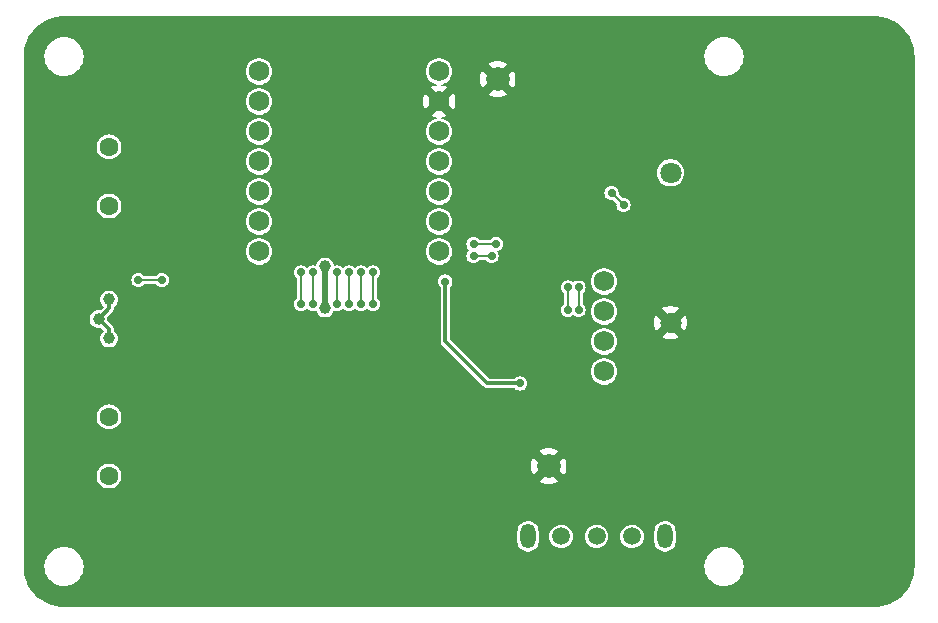
<source format=gbr>
%TF.GenerationSoftware,KiCad,Pcbnew,7.0.8*%
%TF.CreationDate,2023-11-01T10:57:13-04:00*%
%TF.ProjectId,destinationAutomation_v4.5,64657374-696e-4617-9469-6f6e4175746f,04.5*%
%TF.SameCoordinates,Original*%
%TF.FileFunction,Copper,L2,Bot*%
%TF.FilePolarity,Positive*%
%FSLAX46Y46*%
G04 Gerber Fmt 4.6, Leading zero omitted, Abs format (unit mm)*
G04 Created by KiCad (PCBNEW 7.0.8) date 2023-11-01 10:57:13*
%MOMM*%
%LPD*%
G01*
G04 APERTURE LIST*
%TA.AperFunction,ComponentPad*%
%ADD10C,2.000000*%
%TD*%
%TA.AperFunction,ComponentPad*%
%ADD11O,1.300000X2.100000*%
%TD*%
%TA.AperFunction,ComponentPad*%
%ADD12C,1.500000*%
%TD*%
%TA.AperFunction,ComponentPad*%
%ADD13C,1.750000*%
%TD*%
%TA.AperFunction,ComponentPad*%
%ADD14C,1.600000*%
%TD*%
%TA.AperFunction,ComponentPad*%
%ADD15C,1.800000*%
%TD*%
%TA.AperFunction,ViaPad*%
%ADD16C,1.000000*%
%TD*%
%TA.AperFunction,ViaPad*%
%ADD17C,0.700000*%
%TD*%
%TA.AperFunction,Conductor*%
%ADD18C,0.300000*%
%TD*%
%TA.AperFunction,Conductor*%
%ADD19C,0.500000*%
%TD*%
%TA.AperFunction,Conductor*%
%ADD20C,0.200000*%
%TD*%
G04 APERTURE END LIST*
D10*
%TO.P,TP12,1,1*%
%TO.N,GND*%
X127381000Y-121031000D03*
%TD*%
D11*
%TO.P,SW1,*%
%TO.N,*%
X125645000Y-127000000D03*
X137245000Y-127000000D03*
D12*
%TO.P,SW1,1,A*%
%TO.N,VCC*%
X128445000Y-127000000D03*
%TO.P,SW1,2,B*%
%TO.N,Net-(J1-Pin_1)*%
X131445000Y-127000000D03*
%TO.P,SW1,3,C*%
%TO.N,unconnected-(SW1-C-Pad3)*%
X134445000Y-127000000D03*
%TD*%
D13*
%TO.P,U1,1,D0*%
%TO.N,/M1_IN2*%
X102870000Y-87630000D03*
%TO.P,U1,2,D1*%
%TO.N,/M1_IN1*%
X102870000Y-90170000D03*
%TO.P,U1,3,D2*%
%TO.N,/M2_IN1*%
X102870000Y-92710000D03*
%TO.P,U1,4,D3*%
%TO.N,/M2_IN2*%
X102870000Y-95250000D03*
%TO.P,U1,5,SDA*%
%TO.N,/SDA*%
X102870000Y-97790000D03*
%TO.P,U1,6,SCL*%
%TO.N,/SCL*%
X102870000Y-100330000D03*
%TO.P,U1,7,D6*%
%TO.N,/DRV_SLEEP*%
X102870000Y-102870000D03*
%TO.P,U1,8,D7*%
%TO.N,/SW5*%
X118110000Y-102870000D03*
%TO.P,U1,9,SCK*%
%TO.N,/SW4*%
X118110000Y-100330000D03*
%TO.P,U1,10,MISO*%
%TO.N,/SW3*%
X118110000Y-97790000D03*
%TO.P,U1,11,MOSI*%
%TO.N,/SW2*%
X118110000Y-95250000D03*
%TO.P,U1,12,3V3*%
%TO.N,+3V3*%
X118110000Y-92710000D03*
%TO.P,U1,13,GND*%
%TO.N,GND*%
X118110000Y-90170000D03*
%TO.P,U1,14,VIN*%
%TO.N,+5V*%
X118110000Y-87630000D03*
%TD*%
D14*
%TO.P,J5,1,Pin_1*%
%TO.N,/M2_OUT1*%
X90170000Y-116880000D03*
%TO.P,J5,2,Pin_2*%
%TO.N,/M2_OUT2*%
X90170000Y-121880000D03*
%TD*%
%TO.P,J4,1,Pin_1*%
%TO.N,/M1_OUT1*%
X90170000Y-94020000D03*
%TO.P,J4,2,Pin_2*%
%TO.N,/M1_OUT2*%
X90170000Y-99020000D03*
%TD*%
D13*
%TO.P,U7,1,VCC*%
%TO.N,/OLED1*%
X132080000Y-113030000D03*
%TO.P,U7,2,GND*%
%TO.N,/OLED2*%
X132080000Y-110490000D03*
%TO.P,U7,3,SCL*%
%TO.N,/SCL*%
X132080000Y-107950000D03*
%TO.P,U7,4,SDA*%
%TO.N,/SDA*%
X132080000Y-105410000D03*
%TD*%
D10*
%TO.P,TP11,1,1*%
%TO.N,GND*%
X123063000Y-88265000D03*
%TD*%
D15*
%TO.P,J1,1,Pin_1*%
%TO.N,Net-(J1-Pin_1)*%
X137709000Y-96200000D03*
%TO.P,J1,2,Pin_2*%
%TO.N,GND*%
X137709000Y-108900000D03*
%TD*%
D16*
%TO.N,GND*%
X97726500Y-107061000D03*
X113538000Y-114427000D03*
D17*
X120281700Y-110426500D03*
D16*
X105219500Y-108712000D03*
X113538000Y-112903000D03*
D17*
X93472000Y-107950000D03*
X119634000Y-123571000D03*
X124714000Y-117094000D03*
X120269000Y-108292900D03*
X119634000Y-121412000D03*
X119634000Y-125730000D03*
D16*
X135509000Y-93091000D03*
D17*
X119634000Y-120396000D03*
X122809000Y-108585000D03*
X124714000Y-115570000D03*
X129271500Y-100838000D03*
X92202000Y-109220000D03*
X121285000Y-108585000D03*
D16*
X87630000Y-111252000D03*
D17*
X92202000Y-107950000D03*
X92837000Y-108585000D03*
X124460000Y-98171000D03*
X119634000Y-124714000D03*
X151257000Y-91694000D03*
X93472000Y-109220000D03*
X119634000Y-122555000D03*
%TO.N,+5V*%
X124968000Y-114046000D03*
X118642629Y-105411421D03*
D16*
%TO.N,+3V3*%
X108457765Y-104140000D03*
X108458000Y-107696000D03*
D17*
%TO.N,/OLED1*%
X129021497Y-107823000D03*
X129021497Y-105918000D03*
%TO.N,/OLED2*%
X129921000Y-105918000D03*
X129921000Y-107823000D03*
%TO.N,/SW2*%
X109474000Y-104648000D03*
X109474000Y-107315000D03*
%TO.N,/SW4*%
X111506000Y-104648000D03*
X111506000Y-107315000D03*
D16*
%TO.N,Net-(U3-AISEN)*%
X90170000Y-106934000D03*
X90170000Y-110236000D03*
X89281000Y-108585000D03*
D17*
%TO.N,/M2_IN1*%
X107442000Y-104648000D03*
X107442000Y-107315000D03*
%TO.N,/M2_IN2*%
X106426000Y-107315000D03*
X106426000Y-104648000D03*
%TO.N,/DRV_SLEEP*%
X94640400Y-105283000D03*
X92659200Y-105283000D03*
%TO.N,/SW3*%
X110490000Y-104648000D03*
X110490000Y-107315000D03*
%TO.N,/SW5*%
X112522000Y-107315000D03*
X112522000Y-104648000D03*
%TO.N,/SDA*%
X122936000Y-102235000D03*
X121031000Y-102235000D03*
%TO.N,/SCL*%
X132715000Y-97917000D03*
X133731000Y-98933000D03*
X121031000Y-103251000D03*
X122555000Y-103251000D03*
%TD*%
D18*
%TO.N,+5V*%
X118642629Y-105411421D02*
X118644050Y-105412842D01*
X122200050Y-114046000D02*
X124968000Y-114046000D01*
X118644050Y-110490000D02*
X122200050Y-114046000D01*
X118644050Y-105412842D02*
X118644050Y-110490000D01*
D19*
%TO.N,+3V3*%
X108458000Y-104140235D02*
X108458000Y-107696000D01*
X108457765Y-104140000D02*
X108458000Y-104140235D01*
D20*
%TO.N,/OLED1*%
X129021497Y-107823000D02*
X129021497Y-105918000D01*
%TO.N,/OLED2*%
X129921000Y-105918000D02*
X129921000Y-107823000D01*
%TO.N,/SW2*%
X109474000Y-107315000D02*
X109474000Y-104648000D01*
%TO.N,/SW4*%
X111506000Y-107315000D02*
X111506000Y-104648000D01*
D18*
%TO.N,Net-(U3-AISEN)*%
X90170000Y-107696000D02*
X89281000Y-108585000D01*
X90170000Y-106934000D02*
X90170000Y-107696000D01*
X90170000Y-110236000D02*
X90170000Y-109474000D01*
X90170000Y-109474000D02*
X89281000Y-108585000D01*
D20*
%TO.N,/M2_IN1*%
X107442000Y-107315000D02*
X107442000Y-104648000D01*
%TO.N,/M2_IN2*%
X106426000Y-107315000D02*
X106426000Y-104648000D01*
%TO.N,/DRV_SLEEP*%
X92659200Y-105283000D02*
X94640400Y-105283000D01*
%TO.N,/SW3*%
X110490000Y-107315000D02*
X110490000Y-104648000D01*
%TO.N,/SW5*%
X112522000Y-107315000D02*
X112522000Y-104648000D01*
%TO.N,/SDA*%
X121031000Y-102235000D02*
X122936000Y-102235000D01*
%TO.N,/SCL*%
X133731000Y-98933000D02*
X132715000Y-97917000D01*
X121031000Y-103251000D02*
X122555000Y-103251000D01*
%TD*%
%TA.AperFunction,Conductor*%
%TO.N,GND*%
G36*
X154940140Y-82931506D02*
G01*
X155275779Y-82947995D01*
X155276315Y-82948048D01*
X155471658Y-82977024D01*
X155608595Y-82997338D01*
X155609140Y-82997446D01*
X155934977Y-83079063D01*
X155935500Y-83079222D01*
X156251771Y-83192386D01*
X156252274Y-83192594D01*
X156404107Y-83264406D01*
X156555929Y-83336213D01*
X156556427Y-83336479D01*
X156650721Y-83392996D01*
X156844535Y-83509163D01*
X156844997Y-83509472D01*
X157114791Y-83709567D01*
X157115228Y-83709925D01*
X157364106Y-83935494D01*
X157364505Y-83935893D01*
X157590074Y-84184771D01*
X157590432Y-84185208D01*
X157790527Y-84455002D01*
X157790841Y-84455472D01*
X157963520Y-84743572D01*
X157963786Y-84744070D01*
X158107400Y-85047714D01*
X158107616Y-85048236D01*
X158220776Y-85364498D01*
X158220939Y-85365035D01*
X158226259Y-85386274D01*
X158302551Y-85690851D01*
X158302661Y-85691404D01*
X158351950Y-86023674D01*
X158352005Y-86024236D01*
X158368493Y-86359856D01*
X158368500Y-86360138D01*
X158368500Y-129539861D01*
X158368493Y-129540143D01*
X158352005Y-129875763D01*
X158351950Y-129876325D01*
X158302661Y-130208595D01*
X158302551Y-130209148D01*
X158220940Y-130534961D01*
X158220776Y-130535501D01*
X158107616Y-130851763D01*
X158107400Y-130852285D01*
X157963786Y-131155929D01*
X157963520Y-131156427D01*
X157790841Y-131444527D01*
X157790527Y-131444997D01*
X157590432Y-131714791D01*
X157590074Y-131715228D01*
X157364505Y-131964106D01*
X157364106Y-131964505D01*
X157115228Y-132190074D01*
X157114791Y-132190432D01*
X156844997Y-132390527D01*
X156844527Y-132390841D01*
X156556427Y-132563520D01*
X156555929Y-132563786D01*
X156252285Y-132707400D01*
X156251763Y-132707616D01*
X155935501Y-132820776D01*
X155934961Y-132820940D01*
X155609148Y-132902551D01*
X155608595Y-132902661D01*
X155276325Y-132951950D01*
X155275763Y-132952005D01*
X155031789Y-132963990D01*
X154940140Y-132968493D01*
X154939862Y-132968500D01*
X86360138Y-132968500D01*
X86359859Y-132968493D01*
X86247982Y-132962997D01*
X86024236Y-132952005D01*
X86023674Y-132951950D01*
X85691404Y-132902661D01*
X85690851Y-132902551D01*
X85365038Y-132820940D01*
X85364498Y-132820776D01*
X85048236Y-132707616D01*
X85047714Y-132707400D01*
X84744070Y-132563786D01*
X84743572Y-132563520D01*
X84455472Y-132390841D01*
X84455002Y-132390527D01*
X84185208Y-132190432D01*
X84184771Y-132190074D01*
X83935893Y-131964505D01*
X83935494Y-131964106D01*
X83709925Y-131715228D01*
X83709567Y-131714791D01*
X83509472Y-131444997D01*
X83509163Y-131444535D01*
X83336479Y-131156427D01*
X83336213Y-131155929D01*
X83264406Y-131004107D01*
X83192594Y-130852274D01*
X83192383Y-130851763D01*
X83142159Y-130711397D01*
X83079222Y-130535500D01*
X83079063Y-130534977D01*
X82997446Y-130209140D01*
X82997338Y-130208595D01*
X82948049Y-129876325D01*
X82947995Y-129875779D01*
X82931506Y-129540141D01*
X82931503Y-129540000D01*
X84703393Y-129540000D01*
X84723789Y-129799155D01*
X84784471Y-130051915D01*
X84784472Y-130051918D01*
X84784473Y-130051920D01*
X84883952Y-130292084D01*
X85019777Y-130513729D01*
X85188602Y-130711398D01*
X85386271Y-130880223D01*
X85607916Y-131016048D01*
X85848080Y-131115527D01*
X85848083Y-131115527D01*
X85848084Y-131115528D01*
X86100845Y-131176210D01*
X86100847Y-131176210D01*
X86100850Y-131176211D01*
X86295111Y-131191500D01*
X86295115Y-131191500D01*
X86424885Y-131191500D01*
X86424889Y-131191500D01*
X86619150Y-131176211D01*
X86619153Y-131176210D01*
X86619155Y-131176210D01*
X86745535Y-131145869D01*
X86871920Y-131115527D01*
X87112084Y-131016048D01*
X87333729Y-130880223D01*
X87531398Y-130711398D01*
X87700223Y-130513729D01*
X87836048Y-130292084D01*
X87935527Y-130051920D01*
X87996211Y-129799150D01*
X88016607Y-129540000D01*
X140583393Y-129540000D01*
X140603789Y-129799155D01*
X140664471Y-130051915D01*
X140664472Y-130051918D01*
X140664473Y-130051920D01*
X140763952Y-130292084D01*
X140899777Y-130513729D01*
X141068602Y-130711398D01*
X141266271Y-130880223D01*
X141487916Y-131016048D01*
X141728080Y-131115527D01*
X141728083Y-131115527D01*
X141728084Y-131115528D01*
X141980845Y-131176210D01*
X141980847Y-131176210D01*
X141980850Y-131176211D01*
X142175111Y-131191500D01*
X142175115Y-131191500D01*
X142304885Y-131191500D01*
X142304889Y-131191500D01*
X142499150Y-131176211D01*
X142499153Y-131176210D01*
X142499155Y-131176210D01*
X142625535Y-131145869D01*
X142751920Y-131115527D01*
X142992084Y-131016048D01*
X143213729Y-130880223D01*
X143411398Y-130711398D01*
X143580223Y-130513729D01*
X143716048Y-130292084D01*
X143815527Y-130051920D01*
X143876211Y-129799150D01*
X143896607Y-129540000D01*
X143876211Y-129280850D01*
X143815527Y-129028080D01*
X143716048Y-128787916D01*
X143580223Y-128566271D01*
X143411398Y-128368602D01*
X143213729Y-128199777D01*
X142992084Y-128063952D01*
X142850585Y-128005341D01*
X142751918Y-127964472D01*
X142751915Y-127964471D01*
X142499154Y-127903789D01*
X142499156Y-127903789D01*
X142382593Y-127894615D01*
X142304889Y-127888500D01*
X142175111Y-127888500D01*
X142097406Y-127894615D01*
X141980844Y-127903789D01*
X141728084Y-127964471D01*
X141728081Y-127964472D01*
X141487917Y-128063951D01*
X141291770Y-128184151D01*
X141266271Y-128199777D01*
X141068602Y-128368602D01*
X140899777Y-128566271D01*
X140899775Y-128566273D01*
X140899775Y-128566274D01*
X140763951Y-128787917D01*
X140664472Y-129028081D01*
X140664471Y-129028084D01*
X140603789Y-129280844D01*
X140583393Y-129540000D01*
X88016607Y-129540000D01*
X87996211Y-129280850D01*
X87935527Y-129028080D01*
X87836048Y-128787916D01*
X87700223Y-128566271D01*
X87531398Y-128368602D01*
X87333729Y-128199777D01*
X87112084Y-128063952D01*
X86970585Y-128005341D01*
X86871918Y-127964472D01*
X86871915Y-127964471D01*
X86619154Y-127903789D01*
X86619156Y-127903789D01*
X86502593Y-127894615D01*
X86424889Y-127888500D01*
X86295111Y-127888500D01*
X86217406Y-127894615D01*
X86100844Y-127903789D01*
X85848084Y-127964471D01*
X85848081Y-127964472D01*
X85607917Y-128063951D01*
X85411770Y-128184151D01*
X85386271Y-128199777D01*
X85188602Y-128368602D01*
X85019777Y-128566271D01*
X85019775Y-128566273D01*
X85019775Y-128566274D01*
X84883951Y-128787917D01*
X84784472Y-129028081D01*
X84784471Y-129028084D01*
X84723789Y-129280844D01*
X84703393Y-129540000D01*
X82931503Y-129540000D01*
X82931500Y-129539861D01*
X82931500Y-127447192D01*
X124744500Y-127447192D01*
X124759325Y-127588255D01*
X124817821Y-127768285D01*
X124912464Y-127932213D01*
X124912465Y-127932214D01*
X125031082Y-128063952D01*
X125039129Y-128072888D01*
X125192270Y-128184151D01*
X125365197Y-128261144D01*
X125550354Y-128300500D01*
X125550356Y-128300500D01*
X125739644Y-128300500D01*
X125739646Y-128300500D01*
X125924803Y-128261144D01*
X126097730Y-128184151D01*
X126250871Y-128072888D01*
X126377533Y-127932216D01*
X126379499Y-127928812D01*
X126414256Y-127868609D01*
X126472179Y-127768284D01*
X126530674Y-127588256D01*
X126545500Y-127447192D01*
X126545500Y-127000000D01*
X127439659Y-127000000D01*
X127458976Y-127196132D01*
X127458976Y-127196134D01*
X127458977Y-127196136D01*
X127516184Y-127384720D01*
X127516187Y-127384730D01*
X127549574Y-127447192D01*
X127609090Y-127558538D01*
X127734117Y-127710883D01*
X127886462Y-127835910D01*
X127886464Y-127835911D01*
X128013454Y-127903789D01*
X128060273Y-127928814D01*
X128248868Y-127986024D01*
X128445000Y-128005341D01*
X128641132Y-127986024D01*
X128829727Y-127928814D01*
X129003538Y-127835910D01*
X129155883Y-127710883D01*
X129280910Y-127558538D01*
X129373814Y-127384727D01*
X129431024Y-127196132D01*
X129450341Y-127000000D01*
X130439659Y-127000000D01*
X130458976Y-127196132D01*
X130458976Y-127196134D01*
X130458977Y-127196136D01*
X130516184Y-127384720D01*
X130516187Y-127384730D01*
X130549574Y-127447192D01*
X130609090Y-127558538D01*
X130734117Y-127710883D01*
X130886462Y-127835910D01*
X130886464Y-127835911D01*
X131013454Y-127903789D01*
X131060273Y-127928814D01*
X131248868Y-127986024D01*
X131445000Y-128005341D01*
X131641132Y-127986024D01*
X131829727Y-127928814D01*
X132003538Y-127835910D01*
X132155883Y-127710883D01*
X132280910Y-127558538D01*
X132373814Y-127384727D01*
X132431024Y-127196132D01*
X132450341Y-127000000D01*
X133439659Y-127000000D01*
X133458976Y-127196132D01*
X133458976Y-127196134D01*
X133458977Y-127196136D01*
X133516184Y-127384720D01*
X133516187Y-127384730D01*
X133549574Y-127447192D01*
X133609090Y-127558538D01*
X133734117Y-127710883D01*
X133886462Y-127835910D01*
X133886464Y-127835911D01*
X134013454Y-127903789D01*
X134060273Y-127928814D01*
X134248868Y-127986024D01*
X134445000Y-128005341D01*
X134641132Y-127986024D01*
X134829727Y-127928814D01*
X135003538Y-127835910D01*
X135155883Y-127710883D01*
X135280910Y-127558538D01*
X135340426Y-127447192D01*
X136344500Y-127447192D01*
X136359325Y-127588255D01*
X136417821Y-127768285D01*
X136512464Y-127932213D01*
X136512465Y-127932214D01*
X136631082Y-128063952D01*
X136639129Y-128072888D01*
X136792270Y-128184151D01*
X136965197Y-128261144D01*
X137150354Y-128300500D01*
X137150356Y-128300500D01*
X137339644Y-128300500D01*
X137339646Y-128300500D01*
X137524803Y-128261144D01*
X137697730Y-128184151D01*
X137850871Y-128072888D01*
X137977533Y-127932216D01*
X137979499Y-127928812D01*
X138014256Y-127868609D01*
X138072179Y-127768284D01*
X138130674Y-127588256D01*
X138145500Y-127447192D01*
X138145500Y-126552808D01*
X138130674Y-126411744D01*
X138072179Y-126231716D01*
X138072178Y-126231714D01*
X137977535Y-126067786D01*
X137977534Y-126067785D01*
X137850875Y-125927116D01*
X137850873Y-125927115D01*
X137850871Y-125927112D01*
X137697730Y-125815849D01*
X137697728Y-125815848D01*
X137524804Y-125738856D01*
X137463084Y-125725737D01*
X137339646Y-125699500D01*
X137150354Y-125699500D01*
X137057775Y-125719178D01*
X136965195Y-125738856D01*
X136792271Y-125815848D01*
X136792270Y-125815849D01*
X136639129Y-125927112D01*
X136639128Y-125927113D01*
X136639124Y-125927116D01*
X136512465Y-126067785D01*
X136512464Y-126067786D01*
X136417821Y-126231714D01*
X136359325Y-126411744D01*
X136344500Y-126552807D01*
X136344500Y-127447192D01*
X135340426Y-127447192D01*
X135373814Y-127384727D01*
X135431024Y-127196132D01*
X135450341Y-127000000D01*
X135431024Y-126803868D01*
X135373814Y-126615273D01*
X135280910Y-126441462D01*
X135155883Y-126289117D01*
X135003538Y-126164090D01*
X135003536Y-126164089D01*
X135003535Y-126164088D01*
X134829730Y-126071187D01*
X134829720Y-126071184D01*
X134818518Y-126067786D01*
X134760609Y-126050219D01*
X134641136Y-126013977D01*
X134641134Y-126013976D01*
X134641132Y-126013976D01*
X134445000Y-125994659D01*
X134248868Y-126013976D01*
X134248865Y-126013976D01*
X134248863Y-126013977D01*
X134060279Y-126071184D01*
X134060269Y-126071187D01*
X133886464Y-126164088D01*
X133734117Y-126289117D01*
X133609088Y-126441464D01*
X133516187Y-126615269D01*
X133516184Y-126615279D01*
X133458977Y-126803863D01*
X133458976Y-126803865D01*
X133458976Y-126803868D01*
X133439659Y-127000000D01*
X132450341Y-127000000D01*
X132431024Y-126803868D01*
X132373814Y-126615273D01*
X132280910Y-126441462D01*
X132155883Y-126289117D01*
X132003538Y-126164090D01*
X132003536Y-126164089D01*
X132003535Y-126164088D01*
X131829730Y-126071187D01*
X131829720Y-126071184D01*
X131818518Y-126067786D01*
X131760609Y-126050219D01*
X131641136Y-126013977D01*
X131641134Y-126013976D01*
X131641132Y-126013976D01*
X131445000Y-125994659D01*
X131248868Y-126013976D01*
X131248865Y-126013976D01*
X131248863Y-126013977D01*
X131060279Y-126071184D01*
X131060269Y-126071187D01*
X130886464Y-126164088D01*
X130734117Y-126289117D01*
X130609088Y-126441464D01*
X130516187Y-126615269D01*
X130516184Y-126615279D01*
X130458977Y-126803863D01*
X130458976Y-126803865D01*
X130458976Y-126803868D01*
X130439659Y-127000000D01*
X129450341Y-127000000D01*
X129431024Y-126803868D01*
X129373814Y-126615273D01*
X129280910Y-126441462D01*
X129155883Y-126289117D01*
X129003538Y-126164090D01*
X129003536Y-126164089D01*
X129003535Y-126164088D01*
X128829730Y-126071187D01*
X128829720Y-126071184D01*
X128818518Y-126067786D01*
X128760609Y-126050219D01*
X128641136Y-126013977D01*
X128641134Y-126013976D01*
X128641132Y-126013976D01*
X128445000Y-125994659D01*
X128248868Y-126013976D01*
X128248865Y-126013976D01*
X128248863Y-126013977D01*
X128060279Y-126071184D01*
X128060269Y-126071187D01*
X127886464Y-126164088D01*
X127734117Y-126289117D01*
X127609088Y-126441464D01*
X127516187Y-126615269D01*
X127516184Y-126615279D01*
X127458977Y-126803863D01*
X127458976Y-126803865D01*
X127458976Y-126803868D01*
X127439659Y-127000000D01*
X126545500Y-127000000D01*
X126545500Y-126552808D01*
X126530674Y-126411744D01*
X126472179Y-126231716D01*
X126472178Y-126231714D01*
X126377535Y-126067786D01*
X126377534Y-126067785D01*
X126250875Y-125927116D01*
X126250873Y-125927115D01*
X126250871Y-125927112D01*
X126097730Y-125815849D01*
X126097728Y-125815848D01*
X125924804Y-125738856D01*
X125863084Y-125725737D01*
X125739646Y-125699500D01*
X125550354Y-125699500D01*
X125457775Y-125719178D01*
X125365195Y-125738856D01*
X125192271Y-125815848D01*
X125192270Y-125815849D01*
X125039129Y-125927112D01*
X125039128Y-125927113D01*
X125039124Y-125927116D01*
X124912465Y-126067785D01*
X124912464Y-126067786D01*
X124817821Y-126231714D01*
X124759325Y-126411744D01*
X124744500Y-126552807D01*
X124744500Y-127447192D01*
X82931500Y-127447192D01*
X82931500Y-121880000D01*
X89114417Y-121880000D01*
X89134700Y-122085934D01*
X89134700Y-122085936D01*
X89134701Y-122085938D01*
X89194766Y-122283947D01*
X89194769Y-122283957D01*
X89292313Y-122466447D01*
X89292315Y-122466450D01*
X89423590Y-122626410D01*
X89583550Y-122757685D01*
X89766046Y-122855232D01*
X89964066Y-122915300D01*
X90170000Y-122935583D01*
X90375934Y-122915300D01*
X90573954Y-122855232D01*
X90756450Y-122757685D01*
X90916410Y-122626410D01*
X91047685Y-122466450D01*
X91119366Y-122332345D01*
X126618468Y-122332345D01*
X126694266Y-122378793D01*
X126913562Y-122469628D01*
X126913565Y-122469629D01*
X127144362Y-122525039D01*
X127144360Y-122525039D01*
X127381000Y-122543662D01*
X127617638Y-122525039D01*
X127848434Y-122469629D01*
X127848437Y-122469628D01*
X128067736Y-122378792D01*
X128143530Y-122332345D01*
X127380999Y-121569815D01*
X126618468Y-122332345D01*
X91119366Y-122332345D01*
X91145232Y-122283954D01*
X91205300Y-122085934D01*
X91225583Y-121880000D01*
X91205300Y-121674066D01*
X91145232Y-121476046D01*
X91134491Y-121455952D01*
X91047686Y-121293552D01*
X91047685Y-121293550D01*
X90916410Y-121133590D01*
X90791403Y-121031000D01*
X125868337Y-121031000D01*
X125886960Y-121267638D01*
X125942370Y-121498434D01*
X125942371Y-121498437D01*
X126033206Y-121717733D01*
X126079653Y-121793530D01*
X126770295Y-121102889D01*
X126881000Y-121102889D01*
X126921507Y-121240844D01*
X126999239Y-121361798D01*
X127107900Y-121455952D01*
X127238685Y-121515680D01*
X127345237Y-121531000D01*
X127416763Y-121531000D01*
X127523315Y-121515680D01*
X127654100Y-121455952D01*
X127762761Y-121361798D01*
X127840493Y-121240844D01*
X127881000Y-121102889D01*
X127881000Y-121030999D01*
X127919815Y-121030999D01*
X128682345Y-121793530D01*
X128728792Y-121717736D01*
X128819628Y-121498437D01*
X128819629Y-121498434D01*
X128875039Y-121267638D01*
X128893662Y-121031000D01*
X128875039Y-120794361D01*
X128819629Y-120563565D01*
X128819628Y-120563562D01*
X128728793Y-120344266D01*
X128682345Y-120268468D01*
X127919815Y-121030999D01*
X127881000Y-121030999D01*
X127881000Y-120959111D01*
X127840493Y-120821156D01*
X127762761Y-120700202D01*
X127654100Y-120606048D01*
X127523315Y-120546320D01*
X127416763Y-120531000D01*
X127345237Y-120531000D01*
X127238685Y-120546320D01*
X127107900Y-120606048D01*
X126999239Y-120700202D01*
X126921507Y-120821156D01*
X126881000Y-120959111D01*
X126881000Y-121102889D01*
X126770295Y-121102889D01*
X126842184Y-121031000D01*
X126079653Y-120268468D01*
X126033206Y-120344266D01*
X125942371Y-120563562D01*
X125942370Y-120563565D01*
X125886960Y-120794361D01*
X125868337Y-121031000D01*
X90791403Y-121031000D01*
X90756450Y-121002315D01*
X90756448Y-121002314D01*
X90756447Y-121002313D01*
X90573957Y-120904769D01*
X90573947Y-120904766D01*
X90375938Y-120844701D01*
X90375936Y-120844700D01*
X90375934Y-120844700D01*
X90170000Y-120824417D01*
X89964066Y-120844700D01*
X89964063Y-120844700D01*
X89964061Y-120844701D01*
X89766052Y-120904766D01*
X89766042Y-120904769D01*
X89583552Y-121002313D01*
X89423590Y-121133590D01*
X89292313Y-121293552D01*
X89194769Y-121476042D01*
X89194766Y-121476052D01*
X89134701Y-121674061D01*
X89134700Y-121674063D01*
X89134700Y-121674066D01*
X89114417Y-121880000D01*
X82931500Y-121880000D01*
X82931500Y-119729653D01*
X126618468Y-119729653D01*
X127380999Y-120492184D01*
X128143530Y-119729653D01*
X128067733Y-119683206D01*
X127848437Y-119592371D01*
X127848434Y-119592370D01*
X127617637Y-119536960D01*
X127617639Y-119536960D01*
X127381000Y-119518337D01*
X127144361Y-119536960D01*
X126913565Y-119592370D01*
X126913562Y-119592371D01*
X126694266Y-119683206D01*
X126618468Y-119729653D01*
X82931500Y-119729653D01*
X82931500Y-116880000D01*
X89114417Y-116880000D01*
X89134700Y-117085934D01*
X89134700Y-117085936D01*
X89134701Y-117085938D01*
X89194766Y-117283947D01*
X89194769Y-117283957D01*
X89292313Y-117466447D01*
X89292315Y-117466450D01*
X89423590Y-117626410D01*
X89583550Y-117757685D01*
X89766046Y-117855232D01*
X89964066Y-117915300D01*
X90170000Y-117935583D01*
X90375934Y-117915300D01*
X90573954Y-117855232D01*
X90756450Y-117757685D01*
X90916410Y-117626410D01*
X91047685Y-117466450D01*
X91145232Y-117283954D01*
X91205300Y-117085934D01*
X91225583Y-116880000D01*
X91205300Y-116674066D01*
X91145232Y-116476046D01*
X91047685Y-116293550D01*
X90916410Y-116133590D01*
X90756450Y-116002315D01*
X90756448Y-116002314D01*
X90756447Y-116002313D01*
X90573957Y-115904769D01*
X90573947Y-115904766D01*
X90375938Y-115844701D01*
X90375936Y-115844700D01*
X90375934Y-115844700D01*
X90170000Y-115824417D01*
X89964066Y-115844700D01*
X89964063Y-115844700D01*
X89964061Y-115844701D01*
X89766052Y-115904766D01*
X89766042Y-115904769D01*
X89583552Y-116002313D01*
X89423590Y-116133590D01*
X89292313Y-116293552D01*
X89194769Y-116476042D01*
X89194766Y-116476052D01*
X89134701Y-116674061D01*
X89134700Y-116674063D01*
X89134700Y-116674066D01*
X89114417Y-116880000D01*
X82931500Y-116880000D01*
X82931500Y-108585000D01*
X88525751Y-108585000D01*
X88544687Y-108753059D01*
X88556580Y-108787047D01*
X88600545Y-108912693D01*
X88600547Y-108912696D01*
X88690518Y-109055883D01*
X88690521Y-109055887D01*
X88690523Y-109055890D01*
X88810110Y-109175477D01*
X88810112Y-109175478D01*
X88810113Y-109175479D01*
X88810116Y-109175481D01*
X88953303Y-109265452D01*
X88953306Y-109265454D01*
X88953307Y-109265454D01*
X88953310Y-109265456D01*
X89112941Y-109321313D01*
X89281000Y-109340249D01*
X89445228Y-109321744D01*
X89453685Y-109324181D01*
X89454647Y-109325040D01*
X89735598Y-109605991D01*
X89738966Y-109614123D01*
X89735598Y-109622255D01*
X89733585Y-109623860D01*
X89699112Y-109645521D01*
X89699110Y-109645522D01*
X89699110Y-109645523D01*
X89579523Y-109765110D01*
X89579521Y-109765112D01*
X89579521Y-109765113D01*
X89579518Y-109765116D01*
X89489547Y-109908303D01*
X89489545Y-109908306D01*
X89489544Y-109908310D01*
X89433687Y-110067941D01*
X89414751Y-110236000D01*
X89433687Y-110404059D01*
X89433688Y-110404061D01*
X89489545Y-110563693D01*
X89489547Y-110563696D01*
X89579518Y-110706883D01*
X89579521Y-110706887D01*
X89579523Y-110706890D01*
X89699110Y-110826477D01*
X89699112Y-110826478D01*
X89699113Y-110826479D01*
X89699116Y-110826481D01*
X89842303Y-110916452D01*
X89842306Y-110916454D01*
X89842307Y-110916454D01*
X89842310Y-110916456D01*
X90001941Y-110972313D01*
X90170000Y-110991249D01*
X90338059Y-110972313D01*
X90497690Y-110916456D01*
X90640890Y-110826477D01*
X90760477Y-110706890D01*
X90850456Y-110563690D01*
X90906313Y-110404059D01*
X90925249Y-110236000D01*
X90906313Y-110067941D01*
X90850456Y-109908310D01*
X90850454Y-109908307D01*
X90850454Y-109908306D01*
X90850452Y-109908303D01*
X90760481Y-109765116D01*
X90760479Y-109765113D01*
X90760478Y-109765112D01*
X90760477Y-109765110D01*
X90640890Y-109645523D01*
X90640887Y-109645521D01*
X90640883Y-109645518D01*
X90575882Y-109604674D01*
X90570788Y-109597496D01*
X90570500Y-109594937D01*
X90570500Y-109410569D01*
X90570499Y-109410563D01*
X90560917Y-109381074D01*
X90560496Y-109379319D01*
X90555647Y-109348702D01*
X90555646Y-109348699D01*
X90555646Y-109348696D01*
X90541565Y-109321061D01*
X90540876Y-109319396D01*
X90531296Y-109289911D01*
X90531293Y-109289907D01*
X90531293Y-109289906D01*
X90513529Y-109265456D01*
X90513069Y-109264823D01*
X90512128Y-109263288D01*
X90498049Y-109235657D01*
X90475486Y-109213094D01*
X90475484Y-109213091D01*
X90021040Y-108758647D01*
X90017672Y-108750515D01*
X90017743Y-108749240D01*
X90036249Y-108585000D01*
X90017744Y-108420769D01*
X90020181Y-108412313D01*
X90021031Y-108411360D01*
X90475484Y-107956909D01*
X90475485Y-107956906D01*
X90476139Y-107956253D01*
X90476142Y-107956249D01*
X90498047Y-107934345D01*
X90498048Y-107934344D01*
X90498048Y-107934343D01*
X90498050Y-107934342D01*
X90512130Y-107906706D01*
X90513064Y-107905182D01*
X90531296Y-107880089D01*
X90540879Y-107850594D01*
X90541569Y-107848930D01*
X90555646Y-107821304D01*
X90560496Y-107790677D01*
X90560917Y-107788924D01*
X90570499Y-107759436D01*
X90570498Y-107759436D01*
X90570500Y-107759433D01*
X90570500Y-107632567D01*
X90570500Y-107575061D01*
X90573868Y-107566929D01*
X90575882Y-107565324D01*
X90577978Y-107564007D01*
X90640890Y-107524477D01*
X90760477Y-107404890D01*
X90816959Y-107315000D01*
X105820318Y-107315000D01*
X105840956Y-107471762D01*
X105901464Y-107617841D01*
X105997718Y-107743282D01*
X106123159Y-107839536D01*
X106269238Y-107900044D01*
X106426000Y-107920682D01*
X106582762Y-107900044D01*
X106728841Y-107839536D01*
X106854282Y-107743282D01*
X106924876Y-107651280D01*
X106932499Y-107646880D01*
X106941001Y-107649158D01*
X106943121Y-107651278D01*
X107013718Y-107743282D01*
X107139159Y-107839536D01*
X107285238Y-107900044D01*
X107442000Y-107920682D01*
X107598762Y-107900044D01*
X107705992Y-107855627D01*
X107714793Y-107855627D01*
X107721017Y-107861851D01*
X107721604Y-107863697D01*
X107721685Y-107864054D01*
X107777545Y-108023693D01*
X107777547Y-108023696D01*
X107867518Y-108166883D01*
X107867521Y-108166887D01*
X107867523Y-108166890D01*
X107987110Y-108286477D01*
X107987112Y-108286478D01*
X107987113Y-108286479D01*
X107987116Y-108286481D01*
X108130303Y-108376452D01*
X108130306Y-108376454D01*
X108130307Y-108376454D01*
X108130310Y-108376456D01*
X108289941Y-108432313D01*
X108458000Y-108451249D01*
X108626059Y-108432313D01*
X108785690Y-108376456D01*
X108928890Y-108286477D01*
X109048477Y-108166890D01*
X109138456Y-108023690D01*
X109194313Y-107864059D01*
X109194314Y-107864045D01*
X109194392Y-107863707D01*
X109194479Y-107863583D01*
X109194526Y-107863450D01*
X109194564Y-107863463D01*
X109199476Y-107856522D01*
X109208152Y-107855037D01*
X109210002Y-107855625D01*
X109317236Y-107900043D01*
X109317235Y-107900043D01*
X109317238Y-107900044D01*
X109474000Y-107920682D01*
X109630762Y-107900044D01*
X109776841Y-107839536D01*
X109902282Y-107743282D01*
X109972876Y-107651280D01*
X109980499Y-107646880D01*
X109989001Y-107649158D01*
X109991121Y-107651278D01*
X110061718Y-107743282D01*
X110187159Y-107839536D01*
X110333238Y-107900044D01*
X110490000Y-107920682D01*
X110646762Y-107900044D01*
X110792841Y-107839536D01*
X110918282Y-107743282D01*
X110988876Y-107651280D01*
X110996499Y-107646880D01*
X111005001Y-107649158D01*
X111007121Y-107651278D01*
X111077718Y-107743282D01*
X111203159Y-107839536D01*
X111349238Y-107900044D01*
X111506000Y-107920682D01*
X111662762Y-107900044D01*
X111808841Y-107839536D01*
X111934282Y-107743282D01*
X112004876Y-107651280D01*
X112012499Y-107646880D01*
X112021001Y-107649158D01*
X112023121Y-107651278D01*
X112093718Y-107743282D01*
X112219159Y-107839536D01*
X112365238Y-107900044D01*
X112522000Y-107920682D01*
X112678762Y-107900044D01*
X112824841Y-107839536D01*
X112950282Y-107743282D01*
X113046536Y-107617841D01*
X113107044Y-107471762D01*
X113127682Y-107315000D01*
X113107044Y-107158238D01*
X113046536Y-107012159D01*
X112950282Y-106886718D01*
X112950281Y-106886717D01*
X112950278Y-106886714D01*
X112876999Y-106830484D01*
X112872598Y-106822862D01*
X112872500Y-106821361D01*
X112872500Y-105411421D01*
X118036947Y-105411421D01*
X118057585Y-105568183D01*
X118118093Y-105714262D01*
X118214347Y-105839703D01*
X118239051Y-105858659D01*
X118243452Y-105866281D01*
X118243550Y-105867782D01*
X118243550Y-110553430D01*
X118243551Y-110553438D01*
X118253131Y-110582924D01*
X118253552Y-110584678D01*
X118258402Y-110615300D01*
X118272482Y-110642934D01*
X118273172Y-110644601D01*
X118282754Y-110674089D01*
X118282756Y-110674094D01*
X118300981Y-110699179D01*
X118301923Y-110700717D01*
X118315997Y-110728339D01*
X118316000Y-110728342D01*
X118338563Y-110750905D01*
X118338566Y-110750909D01*
X121872000Y-114284342D01*
X121961708Y-114374050D01*
X121989337Y-114388126D01*
X121990873Y-114389069D01*
X122015955Y-114407293D01*
X122015956Y-114407294D01*
X122015958Y-114407294D01*
X122015960Y-114407296D01*
X122045449Y-114416877D01*
X122047111Y-114417565D01*
X122074746Y-114431646D01*
X122085407Y-114433334D01*
X122105372Y-114436496D01*
X122107128Y-114436917D01*
X122136613Y-114446498D01*
X122136614Y-114446498D01*
X122136617Y-114446499D01*
X122168283Y-114446499D01*
X122168307Y-114446500D01*
X122168531Y-114446500D01*
X124512728Y-114446500D01*
X124520860Y-114449868D01*
X124521851Y-114450999D01*
X124539714Y-114474278D01*
X124539717Y-114474281D01*
X124539718Y-114474282D01*
X124665159Y-114570536D01*
X124811238Y-114631044D01*
X124968000Y-114651682D01*
X125124762Y-114631044D01*
X125270841Y-114570536D01*
X125396282Y-114474282D01*
X125492536Y-114348841D01*
X125553044Y-114202762D01*
X125573682Y-114046000D01*
X125553044Y-113889238D01*
X125492536Y-113743159D01*
X125396282Y-113617718D01*
X125270841Y-113521464D01*
X125124762Y-113460956D01*
X124968000Y-113440318D01*
X124811238Y-113460956D01*
X124665159Y-113521464D01*
X124539717Y-113617718D01*
X124539714Y-113617721D01*
X124521851Y-113641001D01*
X124514229Y-113645402D01*
X124512728Y-113645500D01*
X122370706Y-113645500D01*
X122362574Y-113642132D01*
X121750442Y-113030000D01*
X130949678Y-113030000D01*
X130968923Y-113237693D01*
X131026005Y-113438316D01*
X131026009Y-113438326D01*
X131118981Y-113625039D01*
X131118983Y-113625042D01*
X131244674Y-113791484D01*
X131244677Y-113791487D01*
X131244682Y-113791493D01*
X131351904Y-113889238D01*
X131398832Y-113932019D01*
X131576162Y-114041817D01*
X131576172Y-114041823D01*
X131770673Y-114117173D01*
X131770679Y-114117174D01*
X131770685Y-114117176D01*
X131900417Y-114141426D01*
X131975707Y-114155500D01*
X132184293Y-114155500D01*
X132291623Y-114135436D01*
X132389314Y-114117176D01*
X132389317Y-114117174D01*
X132389327Y-114117173D01*
X132583828Y-114041823D01*
X132663558Y-113992455D01*
X132761167Y-113932019D01*
X132761168Y-113932017D01*
X132761171Y-113932016D01*
X132915318Y-113791493D01*
X133041019Y-113625038D01*
X133133994Y-113438319D01*
X133191076Y-113237696D01*
X133210322Y-113030000D01*
X133191076Y-112822304D01*
X133133994Y-112621681D01*
X133041019Y-112434962D01*
X133041018Y-112434961D01*
X133041018Y-112434960D01*
X133041016Y-112434957D01*
X132915325Y-112268515D01*
X132915321Y-112268512D01*
X132915318Y-112268507D01*
X132761171Y-112127984D01*
X132761172Y-112127984D01*
X132761167Y-112127980D01*
X132583837Y-112018182D01*
X132583832Y-112018179D01*
X132583828Y-112018177D01*
X132583823Y-112018175D01*
X132583817Y-112018172D01*
X132434773Y-111960432D01*
X132389327Y-111942827D01*
X132389324Y-111942826D01*
X132389314Y-111942823D01*
X132184295Y-111904500D01*
X132184293Y-111904500D01*
X131975707Y-111904500D01*
X131975704Y-111904500D01*
X131770685Y-111942823D01*
X131770670Y-111942828D01*
X131576182Y-112018172D01*
X131576162Y-112018182D01*
X131398832Y-112127980D01*
X131299941Y-112218131D01*
X131244682Y-112268507D01*
X131244680Y-112268509D01*
X131244674Y-112268515D01*
X131118983Y-112434957D01*
X131118981Y-112434960D01*
X131026009Y-112621673D01*
X131026005Y-112621683D01*
X130968923Y-112822306D01*
X130949678Y-113030000D01*
X121750442Y-113030000D01*
X119210443Y-110490000D01*
X130949678Y-110490000D01*
X130968923Y-110697693D01*
X131026005Y-110898316D01*
X131026009Y-110898326D01*
X131118981Y-111085039D01*
X131118983Y-111085042D01*
X131244674Y-111251484D01*
X131244677Y-111251487D01*
X131244682Y-111251493D01*
X131378106Y-111373125D01*
X131398832Y-111392019D01*
X131576162Y-111501817D01*
X131576172Y-111501823D01*
X131770673Y-111577173D01*
X131770679Y-111577174D01*
X131770685Y-111577176D01*
X131900417Y-111601426D01*
X131975707Y-111615500D01*
X132184293Y-111615500D01*
X132291623Y-111595436D01*
X132389314Y-111577176D01*
X132389317Y-111577174D01*
X132389327Y-111577173D01*
X132583828Y-111501823D01*
X132663558Y-111452455D01*
X132761167Y-111392019D01*
X132761168Y-111392017D01*
X132761171Y-111392016D01*
X132915318Y-111251493D01*
X133041019Y-111085038D01*
X133133994Y-110898319D01*
X133191076Y-110697696D01*
X133210322Y-110490000D01*
X133191076Y-110282304D01*
X133133994Y-110081681D01*
X133041019Y-109894962D01*
X133041018Y-109894961D01*
X133041018Y-109894960D01*
X133041016Y-109894957D01*
X132915325Y-109728515D01*
X132915321Y-109728512D01*
X132915318Y-109728507D01*
X132779479Y-109604674D01*
X132761167Y-109587980D01*
X132583837Y-109478182D01*
X132583832Y-109478179D01*
X132583828Y-109478177D01*
X132583823Y-109478175D01*
X132583817Y-109478172D01*
X132409296Y-109410563D01*
X132389327Y-109402827D01*
X132389324Y-109402826D01*
X132389314Y-109402823D01*
X132184295Y-109364500D01*
X132184293Y-109364500D01*
X131975707Y-109364500D01*
X131975704Y-109364500D01*
X131770685Y-109402823D01*
X131770670Y-109402828D01*
X131576182Y-109478172D01*
X131576162Y-109478182D01*
X131398832Y-109587980D01*
X131335711Y-109645523D01*
X131244682Y-109728507D01*
X131244680Y-109728509D01*
X131244674Y-109728515D01*
X131118983Y-109894957D01*
X131118981Y-109894960D01*
X131026009Y-110081673D01*
X131026005Y-110081683D01*
X130968923Y-110282306D01*
X130949678Y-110490000D01*
X119210443Y-110490000D01*
X119047918Y-110327475D01*
X119044550Y-110319343D01*
X119044550Y-107823000D01*
X128415815Y-107823000D01*
X128436453Y-107979762D01*
X128496961Y-108125841D01*
X128593215Y-108251282D01*
X128718656Y-108347536D01*
X128864735Y-108408044D01*
X129021497Y-108428682D01*
X129178259Y-108408044D01*
X129324338Y-108347536D01*
X129449779Y-108251282D01*
X129462124Y-108235192D01*
X129469746Y-108230791D01*
X129478248Y-108233069D01*
X129480370Y-108235190D01*
X129492718Y-108251282D01*
X129618159Y-108347536D01*
X129764238Y-108408044D01*
X129921000Y-108428682D01*
X130077762Y-108408044D01*
X130223841Y-108347536D01*
X130349282Y-108251282D01*
X130445536Y-108125841D01*
X130506044Y-107979762D01*
X130509962Y-107950000D01*
X130949678Y-107950000D01*
X130968923Y-108157693D01*
X131026005Y-108358316D01*
X131026009Y-108358326D01*
X131118981Y-108545039D01*
X131118983Y-108545042D01*
X131244674Y-108711484D01*
X131244677Y-108711487D01*
X131244682Y-108711493D01*
X131378106Y-108833125D01*
X131398832Y-108852019D01*
X131576162Y-108961817D01*
X131576172Y-108961823D01*
X131770673Y-109037173D01*
X131770679Y-109037174D01*
X131770685Y-109037176D01*
X131900417Y-109061426D01*
X131975707Y-109075500D01*
X132184293Y-109075500D01*
X132291623Y-109055436D01*
X132389314Y-109037176D01*
X132389317Y-109037174D01*
X132389327Y-109037173D01*
X132583828Y-108961823D01*
X132683675Y-108900000D01*
X136296174Y-108900000D01*
X136315444Y-109132549D01*
X136372724Y-109358741D01*
X136372726Y-109358746D01*
X136466458Y-109572434D01*
X136466460Y-109572438D01*
X136478823Y-109591359D01*
X137156799Y-108913383D01*
X137155123Y-108937886D01*
X137185884Y-109085915D01*
X137255442Y-109220156D01*
X137358638Y-109330652D01*
X137487819Y-109409209D01*
X137633404Y-109450000D01*
X137697814Y-109450000D01*
X137019821Y-110127993D01*
X137141468Y-110193824D01*
X137141476Y-110193828D01*
X137362171Y-110269593D01*
X137362181Y-110269595D01*
X137592332Y-110308000D01*
X137825668Y-110308000D01*
X138055818Y-110269595D01*
X138055828Y-110269593D01*
X138276523Y-110193828D01*
X138276531Y-110193824D01*
X138398177Y-110127993D01*
X137720184Y-109450000D01*
X137746622Y-109450000D01*
X137858783Y-109434584D01*
X137997458Y-109374349D01*
X138114739Y-109278934D01*
X138201928Y-109155415D01*
X138252559Y-109012953D01*
X138259487Y-108911671D01*
X138939175Y-109591359D01*
X138951538Y-109572437D01*
X138951545Y-109572425D01*
X139045273Y-109358746D01*
X139045275Y-109358741D01*
X139102555Y-109132549D01*
X139121825Y-108900000D01*
X139102555Y-108667450D01*
X139045275Y-108441258D01*
X139045273Y-108441253D01*
X138951545Y-108227574D01*
X138951538Y-108227562D01*
X138939175Y-108208639D01*
X138261201Y-108886612D01*
X138262877Y-108862114D01*
X138232116Y-108714085D01*
X138162558Y-108579844D01*
X138059362Y-108469348D01*
X137930181Y-108390791D01*
X137784596Y-108350000D01*
X137720183Y-108350000D01*
X138398178Y-107672006D01*
X138398177Y-107672005D01*
X138276531Y-107606175D01*
X138276523Y-107606171D01*
X138055828Y-107530406D01*
X138055818Y-107530404D01*
X137825668Y-107492000D01*
X137592332Y-107492000D01*
X137362181Y-107530404D01*
X137362171Y-107530406D01*
X137141476Y-107606171D01*
X137141468Y-107606175D01*
X137019821Y-107672005D01*
X137697815Y-108350000D01*
X137671378Y-108350000D01*
X137559217Y-108365416D01*
X137420542Y-108425651D01*
X137303261Y-108521066D01*
X137216072Y-108644585D01*
X137165441Y-108787047D01*
X137158512Y-108888327D01*
X136478824Y-108208639D01*
X136466457Y-108227568D01*
X136372726Y-108441253D01*
X136372724Y-108441258D01*
X136315444Y-108667450D01*
X136296174Y-108900000D01*
X132683675Y-108900000D01*
X132761167Y-108852019D01*
X132761168Y-108852017D01*
X132761171Y-108852016D01*
X132915318Y-108711493D01*
X133041019Y-108545038D01*
X133133994Y-108358319D01*
X133191076Y-108157696D01*
X133210322Y-107950000D01*
X133191076Y-107742304D01*
X133133994Y-107541681D01*
X133041019Y-107354962D01*
X133041018Y-107354961D01*
X133041018Y-107354960D01*
X133041016Y-107354957D01*
X132915325Y-107188515D01*
X132915321Y-107188512D01*
X132915318Y-107188507D01*
X132761171Y-107047984D01*
X132761172Y-107047984D01*
X132761167Y-107047980D01*
X132583837Y-106938182D01*
X132583832Y-106938179D01*
X132583828Y-106938177D01*
X132583823Y-106938175D01*
X132583817Y-106938172D01*
X132434773Y-106880432D01*
X132389327Y-106862827D01*
X132389324Y-106862826D01*
X132389314Y-106862823D01*
X132184295Y-106824500D01*
X132184293Y-106824500D01*
X131975707Y-106824500D01*
X131975704Y-106824500D01*
X131770685Y-106862823D01*
X131770670Y-106862828D01*
X131576182Y-106938172D01*
X131576162Y-106938182D01*
X131398832Y-107047980D01*
X131339511Y-107102059D01*
X131244682Y-107188507D01*
X131244680Y-107188509D01*
X131244674Y-107188515D01*
X131118983Y-107354957D01*
X131118981Y-107354960D01*
X131026009Y-107541673D01*
X131026005Y-107541683D01*
X130968923Y-107742306D01*
X130949678Y-107950000D01*
X130509962Y-107950000D01*
X130526682Y-107823000D01*
X130506044Y-107666238D01*
X130445536Y-107520159D01*
X130349282Y-107394718D01*
X130349281Y-107394717D01*
X130349278Y-107394714D01*
X130275999Y-107338484D01*
X130271598Y-107330862D01*
X130271500Y-107329361D01*
X130271500Y-106411637D01*
X130274868Y-106403505D01*
X130275991Y-106402519D01*
X130349282Y-106346282D01*
X130445536Y-106220841D01*
X130506044Y-106074762D01*
X130526682Y-105918000D01*
X130506044Y-105761238D01*
X130445536Y-105615159D01*
X130349282Y-105489718D01*
X130245391Y-105410000D01*
X130949678Y-105410000D01*
X130968923Y-105617693D01*
X131026005Y-105818316D01*
X131026009Y-105818326D01*
X131118981Y-106005039D01*
X131118983Y-106005042D01*
X131244674Y-106171484D01*
X131244677Y-106171487D01*
X131244682Y-106171493D01*
X131378106Y-106293125D01*
X131398832Y-106312019D01*
X131550562Y-106405966D01*
X131576172Y-106421823D01*
X131770673Y-106497173D01*
X131770679Y-106497174D01*
X131770685Y-106497176D01*
X131900417Y-106521426D01*
X131975707Y-106535500D01*
X132184293Y-106535500D01*
X132291623Y-106515436D01*
X132389314Y-106497176D01*
X132389317Y-106497174D01*
X132389327Y-106497173D01*
X132583828Y-106421823D01*
X132710294Y-106343518D01*
X132761167Y-106312019D01*
X132761168Y-106312017D01*
X132761171Y-106312016D01*
X132915318Y-106171493D01*
X133041019Y-106005038D01*
X133133994Y-105818319D01*
X133191076Y-105617696D01*
X133210322Y-105410000D01*
X133191076Y-105202304D01*
X133133994Y-105001681D01*
X133041019Y-104814962D01*
X133041018Y-104814961D01*
X133041018Y-104814960D01*
X133041016Y-104814957D01*
X132915325Y-104648515D01*
X132915321Y-104648512D01*
X132915318Y-104648507D01*
X132761171Y-104507984D01*
X132761172Y-104507984D01*
X132761167Y-104507980D01*
X132583837Y-104398182D01*
X132583832Y-104398179D01*
X132583828Y-104398177D01*
X132583823Y-104398175D01*
X132583817Y-104398172D01*
X132434773Y-104340432D01*
X132389327Y-104322827D01*
X132389324Y-104322826D01*
X132389314Y-104322823D01*
X132184295Y-104284500D01*
X132184293Y-104284500D01*
X131975707Y-104284500D01*
X131975704Y-104284500D01*
X131770685Y-104322823D01*
X131770670Y-104322828D01*
X131576182Y-104398172D01*
X131576162Y-104398182D01*
X131398832Y-104507980D01*
X131299941Y-104598131D01*
X131244682Y-104648507D01*
X131244680Y-104648509D01*
X131244674Y-104648515D01*
X131118983Y-104814957D01*
X131118981Y-104814960D01*
X131026009Y-105001673D01*
X131026005Y-105001683D01*
X130968923Y-105202306D01*
X130949678Y-105410000D01*
X130245391Y-105410000D01*
X130223841Y-105393464D01*
X130077762Y-105332956D01*
X129921000Y-105312318D01*
X129764238Y-105332956D01*
X129618159Y-105393464D01*
X129492717Y-105489718D01*
X129492714Y-105489721D01*
X129480371Y-105505807D01*
X129472749Y-105510208D01*
X129464247Y-105507929D01*
X129462124Y-105505807D01*
X129449779Y-105489718D01*
X129324338Y-105393464D01*
X129178259Y-105332956D01*
X129021497Y-105312318D01*
X128864735Y-105332956D01*
X128718656Y-105393464D01*
X128593215Y-105489718D01*
X128496961Y-105615159D01*
X128436453Y-105761238D01*
X128415815Y-105918000D01*
X128436453Y-106074762D01*
X128496961Y-106220841D01*
X128593215Y-106346282D01*
X128666498Y-106402514D01*
X128670899Y-106410136D01*
X128670997Y-106411637D01*
X128670997Y-107329361D01*
X128667629Y-107337493D01*
X128666498Y-107338484D01*
X128593218Y-107394714D01*
X128593215Y-107394717D01*
X128534098Y-107471761D01*
X128496961Y-107520159D01*
X128436453Y-107666238D01*
X128415815Y-107823000D01*
X119044550Y-107823000D01*
X119044550Y-105865601D01*
X119047918Y-105857469D01*
X119049050Y-105856477D01*
X119070908Y-105839705D01*
X119070911Y-105839703D01*
X119167165Y-105714262D01*
X119227673Y-105568183D01*
X119248311Y-105411421D01*
X119227673Y-105254659D01*
X119167165Y-105108580D01*
X119070911Y-104983139D01*
X118945470Y-104886885D01*
X118799391Y-104826377D01*
X118642629Y-104805739D01*
X118485867Y-104826377D01*
X118339788Y-104886885D01*
X118214347Y-104983139D01*
X118118093Y-105108580D01*
X118057585Y-105254659D01*
X118036947Y-105411421D01*
X112872500Y-105411421D01*
X112872500Y-105141637D01*
X112875868Y-105133505D01*
X112876991Y-105132519D01*
X112950282Y-105076282D01*
X113046536Y-104950841D01*
X113107044Y-104804762D01*
X113127682Y-104648000D01*
X113107044Y-104491238D01*
X113046536Y-104345159D01*
X112950282Y-104219718D01*
X112824841Y-104123464D01*
X112678762Y-104062956D01*
X112522000Y-104042318D01*
X112365238Y-104062956D01*
X112219159Y-104123464D01*
X112093718Y-104219718D01*
X112023124Y-104311717D01*
X112015501Y-104316118D01*
X112006999Y-104313840D01*
X112004876Y-104311717D01*
X111983991Y-104284500D01*
X111934282Y-104219718D01*
X111808841Y-104123464D01*
X111662762Y-104062956D01*
X111506000Y-104042318D01*
X111349238Y-104062956D01*
X111203159Y-104123464D01*
X111077718Y-104219718D01*
X111007124Y-104311717D01*
X110999501Y-104316118D01*
X110990999Y-104313840D01*
X110988876Y-104311717D01*
X110967991Y-104284500D01*
X110918282Y-104219718D01*
X110792841Y-104123464D01*
X110646762Y-104062956D01*
X110490000Y-104042318D01*
X110333238Y-104062956D01*
X110187159Y-104123464D01*
X110061718Y-104219718D01*
X109991124Y-104311717D01*
X109983501Y-104316118D01*
X109974999Y-104313840D01*
X109972876Y-104311717D01*
X109951991Y-104284500D01*
X109902282Y-104219718D01*
X109776841Y-104123464D01*
X109630762Y-104062956D01*
X109474000Y-104042318D01*
X109317238Y-104062956D01*
X109223485Y-104101789D01*
X109214683Y-104101789D01*
X109208459Y-104095565D01*
X109207656Y-104092452D01*
X109207635Y-104092266D01*
X109194078Y-103971941D01*
X109138221Y-103812310D01*
X109138219Y-103812307D01*
X109138219Y-103812306D01*
X109138217Y-103812303D01*
X109048246Y-103669116D01*
X109048244Y-103669113D01*
X109048243Y-103669112D01*
X109048242Y-103669110D01*
X108928655Y-103549523D01*
X108928652Y-103549521D01*
X108928648Y-103549518D01*
X108785461Y-103459547D01*
X108785458Y-103459545D01*
X108762766Y-103451605D01*
X108625824Y-103403687D01*
X108457765Y-103384751D01*
X108289706Y-103403687D01*
X108289703Y-103403687D01*
X108289703Y-103403688D01*
X108130071Y-103459545D01*
X108130068Y-103459547D01*
X107986881Y-103549518D01*
X107986877Y-103549521D01*
X107986875Y-103549523D01*
X107867288Y-103669110D01*
X107867286Y-103669112D01*
X107867283Y-103669116D01*
X107777312Y-103812303D01*
X107777310Y-103812306D01*
X107726618Y-103957176D01*
X107721452Y-103971941D01*
X107713522Y-104042318D01*
X107707894Y-104092266D01*
X107703636Y-104099969D01*
X107695178Y-104102406D01*
X107692065Y-104101603D01*
X107665621Y-104090649D01*
X107598762Y-104062956D01*
X107442000Y-104042318D01*
X107285238Y-104062956D01*
X107139159Y-104123464D01*
X107013718Y-104219718D01*
X106943124Y-104311717D01*
X106935501Y-104316118D01*
X106926999Y-104313840D01*
X106924876Y-104311717D01*
X106903991Y-104284500D01*
X106854282Y-104219718D01*
X106728841Y-104123464D01*
X106582762Y-104062956D01*
X106426000Y-104042318D01*
X106269238Y-104062956D01*
X106123159Y-104123464D01*
X105997718Y-104219718D01*
X105901464Y-104345159D01*
X105840956Y-104491238D01*
X105820318Y-104648000D01*
X105840956Y-104804762D01*
X105901464Y-104950841D01*
X105997718Y-105076282D01*
X106071001Y-105132514D01*
X106075402Y-105140136D01*
X106075500Y-105141637D01*
X106075500Y-106821361D01*
X106072132Y-106829493D01*
X106071001Y-106830484D01*
X105997721Y-106886714D01*
X105997718Y-106886717D01*
X105910500Y-107000383D01*
X105901464Y-107012159D01*
X105840956Y-107158238D01*
X105820318Y-107315000D01*
X90816959Y-107315000D01*
X90850456Y-107261690D01*
X90906313Y-107102059D01*
X90925249Y-106934000D01*
X90906313Y-106765941D01*
X90850456Y-106606310D01*
X90850454Y-106606307D01*
X90850454Y-106606306D01*
X90850452Y-106606303D01*
X90760481Y-106463116D01*
X90760479Y-106463113D01*
X90760478Y-106463112D01*
X90760477Y-106463110D01*
X90640890Y-106343523D01*
X90640887Y-106343521D01*
X90640883Y-106343518D01*
X90497696Y-106253547D01*
X90497693Y-106253545D01*
X90475001Y-106245605D01*
X90338059Y-106197687D01*
X90170000Y-106178751D01*
X90001941Y-106197687D01*
X90001938Y-106197687D01*
X90001938Y-106197688D01*
X89842306Y-106253545D01*
X89842303Y-106253547D01*
X89699116Y-106343518D01*
X89699112Y-106343521D01*
X89699110Y-106343523D01*
X89579523Y-106463110D01*
X89579521Y-106463112D01*
X89579518Y-106463116D01*
X89489547Y-106606303D01*
X89489545Y-106606306D01*
X89489544Y-106606310D01*
X89433687Y-106765941D01*
X89414751Y-106934000D01*
X89433687Y-107102059D01*
X89433688Y-107102061D01*
X89489545Y-107261693D01*
X89489547Y-107261696D01*
X89579518Y-107404883D01*
X89579521Y-107404887D01*
X89579523Y-107404890D01*
X89699110Y-107524477D01*
X89733584Y-107546138D01*
X89738678Y-107553316D01*
X89737203Y-107561993D01*
X89735598Y-107564007D01*
X89454646Y-107844959D01*
X89446514Y-107848327D01*
X89445226Y-107848255D01*
X89281000Y-107829751D01*
X89112941Y-107848687D01*
X89112938Y-107848687D01*
X89112938Y-107848688D01*
X88953306Y-107904545D01*
X88953303Y-107904547D01*
X88810116Y-107994518D01*
X88810112Y-107994521D01*
X88810110Y-107994523D01*
X88690523Y-108114110D01*
X88690521Y-108114112D01*
X88690518Y-108114116D01*
X88600547Y-108257303D01*
X88600545Y-108257306D01*
X88544688Y-108416938D01*
X88544687Y-108416941D01*
X88525751Y-108585000D01*
X82931500Y-108585000D01*
X82931500Y-105283000D01*
X92053518Y-105283000D01*
X92074156Y-105439762D01*
X92134664Y-105585841D01*
X92230918Y-105711282D01*
X92356359Y-105807536D01*
X92502438Y-105868044D01*
X92659200Y-105888682D01*
X92815962Y-105868044D01*
X92962041Y-105807536D01*
X93087482Y-105711282D01*
X93143714Y-105637999D01*
X93151337Y-105633598D01*
X93152838Y-105633500D01*
X94146762Y-105633500D01*
X94154894Y-105636868D01*
X94155886Y-105637999D01*
X94212118Y-105711282D01*
X94337559Y-105807536D01*
X94483638Y-105868044D01*
X94640400Y-105888682D01*
X94797162Y-105868044D01*
X94943241Y-105807536D01*
X95068682Y-105711282D01*
X95164936Y-105585841D01*
X95225444Y-105439762D01*
X95246082Y-105283000D01*
X95225444Y-105126238D01*
X95164936Y-104980159D01*
X95068682Y-104854718D01*
X94943241Y-104758464D01*
X94797162Y-104697956D01*
X94640400Y-104677318D01*
X94483638Y-104697956D01*
X94337559Y-104758464D01*
X94212118Y-104854718D01*
X94155886Y-104928001D01*
X94148263Y-104932402D01*
X94146762Y-104932500D01*
X93152838Y-104932500D01*
X93144706Y-104929132D01*
X93143714Y-104928001D01*
X93134698Y-104916251D01*
X93087482Y-104854718D01*
X92962041Y-104758464D01*
X92815962Y-104697956D01*
X92659200Y-104677318D01*
X92502438Y-104697956D01*
X92356359Y-104758464D01*
X92230918Y-104854718D01*
X92134664Y-104980159D01*
X92074156Y-105126238D01*
X92053518Y-105283000D01*
X82931500Y-105283000D01*
X82931500Y-102870000D01*
X101739678Y-102870000D01*
X101758923Y-103077693D01*
X101816005Y-103278316D01*
X101816009Y-103278326D01*
X101908981Y-103465039D01*
X101908983Y-103465042D01*
X102034674Y-103631484D01*
X102034677Y-103631487D01*
X102034682Y-103631493D01*
X102168106Y-103753125D01*
X102188832Y-103772019D01*
X102325568Y-103856682D01*
X102366172Y-103881823D01*
X102560673Y-103957173D01*
X102560679Y-103957174D01*
X102560685Y-103957176D01*
X102690417Y-103981426D01*
X102765707Y-103995500D01*
X102974293Y-103995500D01*
X103081623Y-103975436D01*
X103179314Y-103957176D01*
X103179317Y-103957174D01*
X103179327Y-103957173D01*
X103373828Y-103881823D01*
X103453558Y-103832455D01*
X103551167Y-103772019D01*
X103551168Y-103772017D01*
X103551171Y-103772016D01*
X103705318Y-103631493D01*
X103767221Y-103549521D01*
X103831016Y-103465042D01*
X103831018Y-103465039D01*
X103831017Y-103465039D01*
X103831019Y-103465038D01*
X103923994Y-103278319D01*
X103981076Y-103077696D01*
X104000322Y-102870000D01*
X116979678Y-102870000D01*
X116998923Y-103077693D01*
X117056005Y-103278316D01*
X117056009Y-103278326D01*
X117148981Y-103465039D01*
X117148983Y-103465042D01*
X117274674Y-103631484D01*
X117274677Y-103631487D01*
X117274682Y-103631493D01*
X117408106Y-103753125D01*
X117428832Y-103772019D01*
X117565568Y-103856682D01*
X117606172Y-103881823D01*
X117800673Y-103957173D01*
X117800679Y-103957174D01*
X117800685Y-103957176D01*
X117930417Y-103981426D01*
X118005707Y-103995500D01*
X118214293Y-103995500D01*
X118321623Y-103975436D01*
X118419314Y-103957176D01*
X118419317Y-103957174D01*
X118419327Y-103957173D01*
X118613828Y-103881823D01*
X118693558Y-103832455D01*
X118791167Y-103772019D01*
X118791168Y-103772017D01*
X118791171Y-103772016D01*
X118945318Y-103631493D01*
X119007221Y-103549521D01*
X119071016Y-103465042D01*
X119071018Y-103465039D01*
X119071017Y-103465039D01*
X119071019Y-103465038D01*
X119163994Y-103278319D01*
X119171767Y-103251000D01*
X120425318Y-103251000D01*
X120445956Y-103407762D01*
X120506464Y-103553841D01*
X120602718Y-103679282D01*
X120728159Y-103775536D01*
X120874238Y-103836044D01*
X121031000Y-103856682D01*
X121187762Y-103836044D01*
X121333841Y-103775536D01*
X121459282Y-103679282D01*
X121515514Y-103605999D01*
X121523137Y-103601598D01*
X121524638Y-103601500D01*
X122061362Y-103601500D01*
X122069494Y-103604868D01*
X122070486Y-103605999D01*
X122126718Y-103679282D01*
X122252159Y-103775536D01*
X122398238Y-103836044D01*
X122555000Y-103856682D01*
X122711762Y-103836044D01*
X122857841Y-103775536D01*
X122983282Y-103679282D01*
X123079536Y-103553841D01*
X123140044Y-103407762D01*
X123160682Y-103251000D01*
X123140044Y-103094238D01*
X123079536Y-102948159D01*
X123003587Y-102849181D01*
X123001310Y-102840680D01*
X123005711Y-102833057D01*
X123011206Y-102830780D01*
X123092762Y-102820044D01*
X123238841Y-102759536D01*
X123364282Y-102663282D01*
X123460536Y-102537841D01*
X123521044Y-102391762D01*
X123541682Y-102235000D01*
X123521044Y-102078238D01*
X123460536Y-101932159D01*
X123364282Y-101806718D01*
X123238841Y-101710464D01*
X123092762Y-101649956D01*
X122936000Y-101629318D01*
X122779238Y-101649956D01*
X122633159Y-101710464D01*
X122507718Y-101806718D01*
X122451486Y-101880001D01*
X122443863Y-101884402D01*
X122442362Y-101884500D01*
X121524638Y-101884500D01*
X121516506Y-101881132D01*
X121515514Y-101880001D01*
X121506498Y-101868251D01*
X121459282Y-101806718D01*
X121333841Y-101710464D01*
X121187762Y-101649956D01*
X121031000Y-101629318D01*
X120874238Y-101649956D01*
X120728159Y-101710464D01*
X120602718Y-101806718D01*
X120506464Y-101932159D01*
X120445956Y-102078238D01*
X120425318Y-102235000D01*
X120445956Y-102391762D01*
X120506464Y-102537841D01*
X120602718Y-102663282D01*
X120671843Y-102716323D01*
X120694717Y-102733876D01*
X120699118Y-102741499D01*
X120696840Y-102750001D01*
X120694717Y-102752124D01*
X120602718Y-102822718D01*
X120506464Y-102948159D01*
X120445956Y-103094238D01*
X120425318Y-103251000D01*
X119171767Y-103251000D01*
X119221076Y-103077696D01*
X119240322Y-102870000D01*
X119221076Y-102662304D01*
X119163994Y-102461681D01*
X119071019Y-102274962D01*
X119071018Y-102274961D01*
X119071018Y-102274960D01*
X119071016Y-102274957D01*
X118945325Y-102108515D01*
X118945321Y-102108512D01*
X118945318Y-102108507D01*
X118791171Y-101967984D01*
X118791172Y-101967984D01*
X118791167Y-101967980D01*
X118613837Y-101858182D01*
X118613832Y-101858179D01*
X118613828Y-101858177D01*
X118613823Y-101858175D01*
X118613817Y-101858172D01*
X118464773Y-101800432D01*
X118419327Y-101782827D01*
X118419324Y-101782826D01*
X118419314Y-101782823D01*
X118214295Y-101744500D01*
X118214293Y-101744500D01*
X118005707Y-101744500D01*
X118005704Y-101744500D01*
X117800685Y-101782823D01*
X117800670Y-101782828D01*
X117606182Y-101858172D01*
X117606162Y-101858182D01*
X117428832Y-101967980D01*
X117329941Y-102058131D01*
X117274682Y-102108507D01*
X117274680Y-102108509D01*
X117274674Y-102108515D01*
X117148983Y-102274957D01*
X117148981Y-102274960D01*
X117056009Y-102461673D01*
X117056005Y-102461683D01*
X116998923Y-102662306D01*
X116979678Y-102870000D01*
X104000322Y-102870000D01*
X103981076Y-102662304D01*
X103923994Y-102461681D01*
X103831019Y-102274962D01*
X103831018Y-102274961D01*
X103831018Y-102274960D01*
X103831016Y-102274957D01*
X103705325Y-102108515D01*
X103705321Y-102108512D01*
X103705318Y-102108507D01*
X103551171Y-101967984D01*
X103551172Y-101967984D01*
X103551167Y-101967980D01*
X103373837Y-101858182D01*
X103373832Y-101858179D01*
X103373828Y-101858177D01*
X103373823Y-101858175D01*
X103373817Y-101858172D01*
X103224773Y-101800432D01*
X103179327Y-101782827D01*
X103179324Y-101782826D01*
X103179314Y-101782823D01*
X102974295Y-101744500D01*
X102974293Y-101744500D01*
X102765707Y-101744500D01*
X102765704Y-101744500D01*
X102560685Y-101782823D01*
X102560670Y-101782828D01*
X102366182Y-101858172D01*
X102366162Y-101858182D01*
X102188832Y-101967980D01*
X102089941Y-102058131D01*
X102034682Y-102108507D01*
X102034680Y-102108509D01*
X102034674Y-102108515D01*
X101908983Y-102274957D01*
X101908981Y-102274960D01*
X101816009Y-102461673D01*
X101816005Y-102461683D01*
X101758923Y-102662306D01*
X101739678Y-102870000D01*
X82931500Y-102870000D01*
X82931500Y-100330000D01*
X101739678Y-100330000D01*
X101758923Y-100537693D01*
X101816005Y-100738316D01*
X101816009Y-100738326D01*
X101908981Y-100925039D01*
X101908983Y-100925042D01*
X102034674Y-101091484D01*
X102034677Y-101091487D01*
X102034682Y-101091493D01*
X102168106Y-101213125D01*
X102188832Y-101232019D01*
X102366162Y-101341817D01*
X102366172Y-101341823D01*
X102560673Y-101417173D01*
X102560679Y-101417174D01*
X102560685Y-101417176D01*
X102690417Y-101441426D01*
X102765707Y-101455500D01*
X102974293Y-101455500D01*
X103081623Y-101435436D01*
X103179314Y-101417176D01*
X103179317Y-101417174D01*
X103179327Y-101417173D01*
X103373828Y-101341823D01*
X103453558Y-101292455D01*
X103551167Y-101232019D01*
X103551168Y-101232017D01*
X103551171Y-101232016D01*
X103705318Y-101091493D01*
X103831019Y-100925038D01*
X103923994Y-100738319D01*
X103981076Y-100537696D01*
X104000322Y-100330000D01*
X116979678Y-100330000D01*
X116998923Y-100537693D01*
X117056005Y-100738316D01*
X117056009Y-100738326D01*
X117148981Y-100925039D01*
X117148983Y-100925042D01*
X117274674Y-101091484D01*
X117274677Y-101091487D01*
X117274682Y-101091493D01*
X117408106Y-101213125D01*
X117428832Y-101232019D01*
X117606162Y-101341817D01*
X117606172Y-101341823D01*
X117800673Y-101417173D01*
X117800679Y-101417174D01*
X117800685Y-101417176D01*
X117930417Y-101441426D01*
X118005707Y-101455500D01*
X118214293Y-101455500D01*
X118321623Y-101435436D01*
X118419314Y-101417176D01*
X118419317Y-101417174D01*
X118419327Y-101417173D01*
X118613828Y-101341823D01*
X118693558Y-101292455D01*
X118791167Y-101232019D01*
X118791168Y-101232017D01*
X118791171Y-101232016D01*
X118945318Y-101091493D01*
X119071019Y-100925038D01*
X119163994Y-100738319D01*
X119221076Y-100537696D01*
X119240322Y-100330000D01*
X119221076Y-100122304D01*
X119163994Y-99921681D01*
X119071019Y-99734962D01*
X119071018Y-99734961D01*
X119071018Y-99734960D01*
X119071016Y-99734957D01*
X118945325Y-99568515D01*
X118945321Y-99568512D01*
X118945318Y-99568507D01*
X118791171Y-99427984D01*
X118791172Y-99427984D01*
X118791167Y-99427980D01*
X118613837Y-99318182D01*
X118613832Y-99318179D01*
X118613828Y-99318177D01*
X118613823Y-99318175D01*
X118613817Y-99318172D01*
X118464773Y-99260432D01*
X118419327Y-99242827D01*
X118419324Y-99242826D01*
X118419314Y-99242823D01*
X118214295Y-99204500D01*
X118214293Y-99204500D01*
X118005707Y-99204500D01*
X118005704Y-99204500D01*
X117800685Y-99242823D01*
X117800670Y-99242828D01*
X117606182Y-99318172D01*
X117606162Y-99318182D01*
X117428832Y-99427980D01*
X117330039Y-99518043D01*
X117274682Y-99568507D01*
X117274680Y-99568509D01*
X117274674Y-99568515D01*
X117148983Y-99734957D01*
X117148981Y-99734960D01*
X117056009Y-99921673D01*
X117056005Y-99921683D01*
X116998923Y-100122306D01*
X116979678Y-100330000D01*
X104000322Y-100330000D01*
X103981076Y-100122304D01*
X103923994Y-99921681D01*
X103831019Y-99734962D01*
X103831018Y-99734961D01*
X103831018Y-99734960D01*
X103831016Y-99734957D01*
X103705325Y-99568515D01*
X103705321Y-99568512D01*
X103705318Y-99568507D01*
X103551171Y-99427984D01*
X103551172Y-99427984D01*
X103551167Y-99427980D01*
X103373837Y-99318182D01*
X103373832Y-99318179D01*
X103373828Y-99318177D01*
X103373823Y-99318175D01*
X103373817Y-99318172D01*
X103224773Y-99260432D01*
X103179327Y-99242827D01*
X103179324Y-99242826D01*
X103179314Y-99242823D01*
X102974295Y-99204500D01*
X102974293Y-99204500D01*
X102765707Y-99204500D01*
X102765704Y-99204500D01*
X102560685Y-99242823D01*
X102560670Y-99242828D01*
X102366182Y-99318172D01*
X102366162Y-99318182D01*
X102188832Y-99427980D01*
X102090039Y-99518043D01*
X102034682Y-99568507D01*
X102034680Y-99568509D01*
X102034674Y-99568515D01*
X101908983Y-99734957D01*
X101908981Y-99734960D01*
X101816009Y-99921673D01*
X101816005Y-99921683D01*
X101758923Y-100122306D01*
X101739678Y-100330000D01*
X82931500Y-100330000D01*
X82931500Y-99020000D01*
X89114417Y-99020000D01*
X89134700Y-99225934D01*
X89134700Y-99225936D01*
X89134701Y-99225938D01*
X89194766Y-99423947D01*
X89194769Y-99423957D01*
X89272038Y-99568515D01*
X89292315Y-99606450D01*
X89423590Y-99766410D01*
X89583550Y-99897685D01*
X89766046Y-99995232D01*
X89964066Y-100055300D01*
X90170000Y-100075583D01*
X90375934Y-100055300D01*
X90573954Y-99995232D01*
X90756450Y-99897685D01*
X90916410Y-99766410D01*
X91047685Y-99606450D01*
X91145232Y-99423954D01*
X91205300Y-99225934D01*
X91225583Y-99020000D01*
X91205300Y-98814066D01*
X91145232Y-98616046D01*
X91047685Y-98433550D01*
X90916410Y-98273590D01*
X90756450Y-98142315D01*
X90756448Y-98142314D01*
X90756447Y-98142313D01*
X90573957Y-98044769D01*
X90573947Y-98044766D01*
X90375938Y-97984701D01*
X90375936Y-97984700D01*
X90375934Y-97984700D01*
X90170000Y-97964417D01*
X89964066Y-97984700D01*
X89964063Y-97984700D01*
X89964061Y-97984701D01*
X89766052Y-98044766D01*
X89766042Y-98044769D01*
X89583552Y-98142313D01*
X89423590Y-98273590D01*
X89292313Y-98433552D01*
X89194769Y-98616042D01*
X89194766Y-98616052D01*
X89134701Y-98814061D01*
X89134700Y-98814063D01*
X89134700Y-98814066D01*
X89114417Y-99020000D01*
X82931500Y-99020000D01*
X82931500Y-97790000D01*
X101739678Y-97790000D01*
X101758923Y-97997693D01*
X101816005Y-98198316D01*
X101816009Y-98198326D01*
X101908981Y-98385039D01*
X101908983Y-98385042D01*
X102034674Y-98551484D01*
X102034677Y-98551487D01*
X102034682Y-98551493D01*
X102120975Y-98630159D01*
X102188832Y-98692019D01*
X102366162Y-98801817D01*
X102366172Y-98801823D01*
X102560673Y-98877173D01*
X102560679Y-98877174D01*
X102560685Y-98877176D01*
X102690417Y-98901426D01*
X102765707Y-98915500D01*
X102974293Y-98915500D01*
X103081623Y-98895436D01*
X103179314Y-98877176D01*
X103179317Y-98877174D01*
X103179327Y-98877173D01*
X103373828Y-98801823D01*
X103453558Y-98752455D01*
X103551167Y-98692019D01*
X103551168Y-98692017D01*
X103551171Y-98692016D01*
X103705318Y-98551493D01*
X103788355Y-98441535D01*
X103831016Y-98385042D01*
X103831018Y-98385039D01*
X103831017Y-98385039D01*
X103831019Y-98385038D01*
X103923994Y-98198319D01*
X103981076Y-97997696D01*
X104000322Y-97790000D01*
X116979678Y-97790000D01*
X116998923Y-97997693D01*
X117056005Y-98198316D01*
X117056009Y-98198326D01*
X117148981Y-98385039D01*
X117148983Y-98385042D01*
X117274674Y-98551484D01*
X117274677Y-98551487D01*
X117274682Y-98551493D01*
X117360975Y-98630159D01*
X117428832Y-98692019D01*
X117606162Y-98801817D01*
X117606172Y-98801823D01*
X117800673Y-98877173D01*
X117800679Y-98877174D01*
X117800685Y-98877176D01*
X117930417Y-98901426D01*
X118005707Y-98915500D01*
X118214293Y-98915500D01*
X118321623Y-98895436D01*
X118419314Y-98877176D01*
X118419317Y-98877174D01*
X118419327Y-98877173D01*
X118613828Y-98801823D01*
X118693558Y-98752455D01*
X118791167Y-98692019D01*
X118791168Y-98692017D01*
X118791171Y-98692016D01*
X118945318Y-98551493D01*
X119028355Y-98441535D01*
X119071016Y-98385042D01*
X119071018Y-98385039D01*
X119071017Y-98385039D01*
X119071019Y-98385038D01*
X119163994Y-98198319D01*
X119221076Y-97997696D01*
X119228554Y-97917000D01*
X132109318Y-97917000D01*
X132129956Y-98073762D01*
X132190464Y-98219841D01*
X132286718Y-98345282D01*
X132412159Y-98441536D01*
X132558238Y-98502044D01*
X132715000Y-98522682D01*
X132806580Y-98510625D01*
X132815082Y-98512903D01*
X132816213Y-98513895D01*
X133134103Y-98831785D01*
X133137471Y-98839917D01*
X133137373Y-98841418D01*
X133125318Y-98932999D01*
X133125318Y-98933000D01*
X133145956Y-99089762D01*
X133206464Y-99235841D01*
X133302718Y-99361282D01*
X133428159Y-99457536D01*
X133574238Y-99518044D01*
X133731000Y-99538682D01*
X133887762Y-99518044D01*
X134033841Y-99457536D01*
X134159282Y-99361282D01*
X134255536Y-99235841D01*
X134316044Y-99089762D01*
X134336682Y-98933000D01*
X134316044Y-98776238D01*
X134255536Y-98630159D01*
X134159282Y-98504718D01*
X134033841Y-98408464D01*
X133887762Y-98347956D01*
X133731000Y-98327318D01*
X133730999Y-98327318D01*
X133639418Y-98339373D01*
X133630916Y-98337094D01*
X133629785Y-98336103D01*
X133311895Y-98018213D01*
X133308527Y-98010081D01*
X133308625Y-98008580D01*
X133310058Y-97997696D01*
X133320682Y-97917000D01*
X133300044Y-97760238D01*
X133239536Y-97614159D01*
X133143282Y-97488718D01*
X133017841Y-97392464D01*
X132871762Y-97331956D01*
X132715000Y-97311318D01*
X132558238Y-97331956D01*
X132412159Y-97392464D01*
X132286718Y-97488718D01*
X132190464Y-97614159D01*
X132129956Y-97760238D01*
X132109318Y-97917000D01*
X119228554Y-97917000D01*
X119240322Y-97790000D01*
X119221076Y-97582304D01*
X119163994Y-97381681D01*
X119071019Y-97194962D01*
X119071018Y-97194961D01*
X119071018Y-97194960D01*
X119071016Y-97194957D01*
X118945325Y-97028515D01*
X118945321Y-97028512D01*
X118945318Y-97028507D01*
X118791171Y-96887984D01*
X118791172Y-96887984D01*
X118791167Y-96887980D01*
X118613837Y-96778182D01*
X118613832Y-96778179D01*
X118613828Y-96778177D01*
X118613823Y-96778175D01*
X118613817Y-96778172D01*
X118464773Y-96720432D01*
X118419327Y-96702827D01*
X118419324Y-96702826D01*
X118419314Y-96702823D01*
X118214295Y-96664500D01*
X118214293Y-96664500D01*
X118005707Y-96664500D01*
X118005704Y-96664500D01*
X117800685Y-96702823D01*
X117800670Y-96702828D01*
X117606182Y-96778172D01*
X117606162Y-96778182D01*
X117428832Y-96887980D01*
X117329941Y-96978131D01*
X117274682Y-97028507D01*
X117274680Y-97028509D01*
X117274674Y-97028515D01*
X117148983Y-97194957D01*
X117148981Y-97194960D01*
X117056009Y-97381673D01*
X117056005Y-97381683D01*
X116998923Y-97582306D01*
X116979678Y-97790000D01*
X104000322Y-97790000D01*
X103981076Y-97582304D01*
X103923994Y-97381681D01*
X103831019Y-97194962D01*
X103831018Y-97194961D01*
X103831018Y-97194960D01*
X103831016Y-97194957D01*
X103705325Y-97028515D01*
X103705321Y-97028512D01*
X103705318Y-97028507D01*
X103551171Y-96887984D01*
X103551172Y-96887984D01*
X103551167Y-96887980D01*
X103373837Y-96778182D01*
X103373832Y-96778179D01*
X103373828Y-96778177D01*
X103373823Y-96778175D01*
X103373817Y-96778172D01*
X103224773Y-96720432D01*
X103179327Y-96702827D01*
X103179324Y-96702826D01*
X103179314Y-96702823D01*
X102974295Y-96664500D01*
X102974293Y-96664500D01*
X102765707Y-96664500D01*
X102765704Y-96664500D01*
X102560685Y-96702823D01*
X102560670Y-96702828D01*
X102366182Y-96778172D01*
X102366162Y-96778182D01*
X102188832Y-96887980D01*
X102089941Y-96978131D01*
X102034682Y-97028507D01*
X102034680Y-97028509D01*
X102034674Y-97028515D01*
X101908983Y-97194957D01*
X101908981Y-97194960D01*
X101816009Y-97381673D01*
X101816005Y-97381683D01*
X101758923Y-97582306D01*
X101739678Y-97790000D01*
X82931500Y-97790000D01*
X82931500Y-95250000D01*
X101739678Y-95250000D01*
X101758923Y-95457693D01*
X101816005Y-95658316D01*
X101816009Y-95658326D01*
X101908981Y-95845039D01*
X101908983Y-95845042D01*
X102034674Y-96011484D01*
X102034677Y-96011487D01*
X102034682Y-96011493D01*
X102168106Y-96133125D01*
X102188832Y-96152019D01*
X102366162Y-96261817D01*
X102366172Y-96261823D01*
X102560673Y-96337173D01*
X102560679Y-96337174D01*
X102560685Y-96337176D01*
X102690417Y-96361426D01*
X102765707Y-96375500D01*
X102974293Y-96375500D01*
X103081623Y-96355436D01*
X103179314Y-96337176D01*
X103179317Y-96337174D01*
X103179327Y-96337173D01*
X103373828Y-96261823D01*
X103473675Y-96200000D01*
X103551167Y-96152019D01*
X103551168Y-96152017D01*
X103551171Y-96152016D01*
X103705318Y-96011493D01*
X103831019Y-95845038D01*
X103923994Y-95658319D01*
X103981076Y-95457696D01*
X104000322Y-95250000D01*
X116979678Y-95250000D01*
X116998923Y-95457693D01*
X117056005Y-95658316D01*
X117056009Y-95658326D01*
X117148981Y-95845039D01*
X117148983Y-95845042D01*
X117274674Y-96011484D01*
X117274677Y-96011487D01*
X117274682Y-96011493D01*
X117408106Y-96133125D01*
X117428832Y-96152019D01*
X117606162Y-96261817D01*
X117606172Y-96261823D01*
X117800673Y-96337173D01*
X117800679Y-96337174D01*
X117800685Y-96337176D01*
X117930417Y-96361426D01*
X118005707Y-96375500D01*
X118214293Y-96375500D01*
X118321623Y-96355436D01*
X118419314Y-96337176D01*
X118419317Y-96337174D01*
X118419327Y-96337173D01*
X118613828Y-96261823D01*
X118713675Y-96200000D01*
X136553571Y-96200000D01*
X136573243Y-96412307D01*
X136631595Y-96617390D01*
X136726634Y-96808256D01*
X136726636Y-96808259D01*
X136855120Y-96978398D01*
X136855123Y-96978401D01*
X136855128Y-96978407D01*
X137012698Y-97122052D01*
X137193981Y-97234298D01*
X137193989Y-97234301D01*
X137193991Y-97234302D01*
X137392796Y-97311319D01*
X137392797Y-97311319D01*
X137392802Y-97311321D01*
X137602387Y-97350499D01*
X137602388Y-97350500D01*
X137602390Y-97350500D01*
X137815612Y-97350500D01*
X137815612Y-97350499D01*
X138025198Y-97311321D01*
X138224019Y-97234298D01*
X138405302Y-97122052D01*
X138562872Y-96978407D01*
X138691366Y-96808255D01*
X138786405Y-96617389D01*
X138844756Y-96412310D01*
X138864429Y-96200000D01*
X138844756Y-95987690D01*
X138786405Y-95782611D01*
X138691366Y-95591745D01*
X138691365Y-95591744D01*
X138691365Y-95591743D01*
X138691363Y-95591740D01*
X138562879Y-95421601D01*
X138562875Y-95421598D01*
X138562872Y-95421593D01*
X138405302Y-95277948D01*
X138405301Y-95277947D01*
X138314660Y-95221825D01*
X138224019Y-95165702D01*
X138224014Y-95165700D01*
X138224008Y-95165697D01*
X138025203Y-95088680D01*
X137815612Y-95049500D01*
X137815610Y-95049500D01*
X137602390Y-95049500D01*
X137602387Y-95049500D01*
X137392796Y-95088680D01*
X137193991Y-95165697D01*
X137193979Y-95165703D01*
X137012698Y-95277947D01*
X136920384Y-95362103D01*
X136855128Y-95421593D01*
X136855126Y-95421595D01*
X136855120Y-95421601D01*
X136726636Y-95591740D01*
X136726634Y-95591743D01*
X136631595Y-95782609D01*
X136573243Y-95987692D01*
X136553571Y-96200000D01*
X118713675Y-96200000D01*
X118791167Y-96152019D01*
X118791168Y-96152017D01*
X118791171Y-96152016D01*
X118945318Y-96011493D01*
X119071019Y-95845038D01*
X119163994Y-95658319D01*
X119221076Y-95457696D01*
X119240322Y-95250000D01*
X119221076Y-95042304D01*
X119163994Y-94841681D01*
X119071019Y-94654962D01*
X119071018Y-94654961D01*
X119071018Y-94654960D01*
X119071016Y-94654957D01*
X118945325Y-94488515D01*
X118945321Y-94488512D01*
X118945318Y-94488507D01*
X118791171Y-94347984D01*
X118791172Y-94347984D01*
X118791167Y-94347980D01*
X118613837Y-94238182D01*
X118613832Y-94238179D01*
X118613828Y-94238177D01*
X118613823Y-94238175D01*
X118613817Y-94238172D01*
X118464773Y-94180432D01*
X118419327Y-94162827D01*
X118419324Y-94162826D01*
X118419314Y-94162823D01*
X118214295Y-94124500D01*
X118214293Y-94124500D01*
X118005707Y-94124500D01*
X118005704Y-94124500D01*
X117800685Y-94162823D01*
X117800670Y-94162828D01*
X117606182Y-94238172D01*
X117606162Y-94238182D01*
X117428832Y-94347980D01*
X117345490Y-94423957D01*
X117274682Y-94488507D01*
X117274680Y-94488509D01*
X117274674Y-94488515D01*
X117148983Y-94654957D01*
X117148981Y-94654960D01*
X117056009Y-94841673D01*
X117056005Y-94841683D01*
X116998923Y-95042306D01*
X116979678Y-95250000D01*
X104000322Y-95250000D01*
X103981076Y-95042304D01*
X103923994Y-94841681D01*
X103831019Y-94654962D01*
X103831018Y-94654961D01*
X103831018Y-94654960D01*
X103831016Y-94654957D01*
X103705325Y-94488515D01*
X103705321Y-94488512D01*
X103705318Y-94488507D01*
X103551171Y-94347984D01*
X103551172Y-94347984D01*
X103551167Y-94347980D01*
X103373837Y-94238182D01*
X103373832Y-94238179D01*
X103373828Y-94238177D01*
X103373823Y-94238175D01*
X103373817Y-94238172D01*
X103224773Y-94180432D01*
X103179327Y-94162827D01*
X103179324Y-94162826D01*
X103179314Y-94162823D01*
X102974295Y-94124500D01*
X102974293Y-94124500D01*
X102765707Y-94124500D01*
X102765704Y-94124500D01*
X102560685Y-94162823D01*
X102560670Y-94162828D01*
X102366182Y-94238172D01*
X102366162Y-94238182D01*
X102188832Y-94347980D01*
X102105490Y-94423957D01*
X102034682Y-94488507D01*
X102034680Y-94488509D01*
X102034674Y-94488515D01*
X101908983Y-94654957D01*
X101908981Y-94654960D01*
X101816009Y-94841673D01*
X101816005Y-94841683D01*
X101758923Y-95042306D01*
X101739678Y-95250000D01*
X82931500Y-95250000D01*
X82931500Y-94020000D01*
X89114417Y-94020000D01*
X89134700Y-94225934D01*
X89134700Y-94225936D01*
X89134701Y-94225938D01*
X89194766Y-94423947D01*
X89194769Y-94423957D01*
X89292313Y-94606447D01*
X89292315Y-94606450D01*
X89423590Y-94766410D01*
X89583550Y-94897685D01*
X89766046Y-94995232D01*
X89964066Y-95055300D01*
X90170000Y-95075583D01*
X90375934Y-95055300D01*
X90573954Y-94995232D01*
X90756450Y-94897685D01*
X90916410Y-94766410D01*
X91047685Y-94606450D01*
X91145232Y-94423954D01*
X91205300Y-94225934D01*
X91225583Y-94020000D01*
X91205300Y-93814066D01*
X91145232Y-93616046D01*
X91047685Y-93433550D01*
X90916410Y-93273590D01*
X90756450Y-93142315D01*
X90756448Y-93142314D01*
X90756447Y-93142313D01*
X90573957Y-93044769D01*
X90573947Y-93044766D01*
X90375938Y-92984701D01*
X90375936Y-92984700D01*
X90375934Y-92984700D01*
X90170000Y-92964417D01*
X89964066Y-92984700D01*
X89964063Y-92984700D01*
X89964061Y-92984701D01*
X89766052Y-93044766D01*
X89766042Y-93044769D01*
X89583552Y-93142313D01*
X89423590Y-93273590D01*
X89292313Y-93433552D01*
X89194769Y-93616042D01*
X89194766Y-93616052D01*
X89134701Y-93814061D01*
X89134700Y-93814063D01*
X89134700Y-93814066D01*
X89114417Y-94020000D01*
X82931500Y-94020000D01*
X82931500Y-92710000D01*
X101739678Y-92710000D01*
X101758923Y-92917693D01*
X101816005Y-93118316D01*
X101816009Y-93118326D01*
X101908981Y-93305039D01*
X101908983Y-93305042D01*
X102034674Y-93471484D01*
X102034677Y-93471487D01*
X102034682Y-93471493D01*
X102168106Y-93593125D01*
X102188832Y-93612019D01*
X102366162Y-93721817D01*
X102366172Y-93721823D01*
X102560673Y-93797173D01*
X102560679Y-93797174D01*
X102560685Y-93797176D01*
X102690417Y-93821426D01*
X102765707Y-93835500D01*
X102974293Y-93835500D01*
X103088983Y-93814061D01*
X103179314Y-93797176D01*
X103179317Y-93797174D01*
X103179327Y-93797173D01*
X103373828Y-93721823D01*
X103544653Y-93616052D01*
X103551167Y-93612019D01*
X103551168Y-93612017D01*
X103551171Y-93612016D01*
X103705318Y-93471493D01*
X103831019Y-93305038D01*
X103923994Y-93118319D01*
X103981076Y-92917696D01*
X104000322Y-92710000D01*
X116979678Y-92710000D01*
X116998923Y-92917693D01*
X117056005Y-93118316D01*
X117056009Y-93118326D01*
X117148981Y-93305039D01*
X117148983Y-93305042D01*
X117274674Y-93471484D01*
X117274677Y-93471487D01*
X117274682Y-93471493D01*
X117408106Y-93593125D01*
X117428832Y-93612019D01*
X117606162Y-93721817D01*
X117606172Y-93721823D01*
X117800673Y-93797173D01*
X117800679Y-93797174D01*
X117800685Y-93797176D01*
X117930417Y-93821426D01*
X118005707Y-93835500D01*
X118214293Y-93835500D01*
X118328983Y-93814061D01*
X118419314Y-93797176D01*
X118419317Y-93797174D01*
X118419327Y-93797173D01*
X118613828Y-93721823D01*
X118784653Y-93616052D01*
X118791167Y-93612019D01*
X118791168Y-93612017D01*
X118791171Y-93612016D01*
X118945318Y-93471493D01*
X119071019Y-93305038D01*
X119163994Y-93118319D01*
X119221076Y-92917696D01*
X119240322Y-92710000D01*
X119221076Y-92502304D01*
X119163994Y-92301681D01*
X119071019Y-92114962D01*
X119071018Y-92114961D01*
X119071018Y-92114960D01*
X119071016Y-92114957D01*
X118945325Y-91948515D01*
X118945321Y-91948512D01*
X118945318Y-91948507D01*
X118791171Y-91807984D01*
X118791172Y-91807984D01*
X118791167Y-91807980D01*
X118613837Y-91698182D01*
X118613832Y-91698179D01*
X118613828Y-91698177D01*
X118613823Y-91698175D01*
X118613817Y-91698172D01*
X118464773Y-91640432D01*
X118419327Y-91622827D01*
X118419324Y-91622826D01*
X118419314Y-91622823D01*
X118214295Y-91584500D01*
X118214293Y-91584500D01*
X118005707Y-91584500D01*
X118005704Y-91584500D01*
X117800685Y-91622823D01*
X117800670Y-91622828D01*
X117606182Y-91698172D01*
X117606162Y-91698182D01*
X117428832Y-91807980D01*
X117329941Y-91898131D01*
X117274682Y-91948507D01*
X117274680Y-91948509D01*
X117274674Y-91948515D01*
X117148983Y-92114957D01*
X117148981Y-92114960D01*
X117056009Y-92301673D01*
X117056005Y-92301683D01*
X116998923Y-92502306D01*
X116979678Y-92710000D01*
X104000322Y-92710000D01*
X103981076Y-92502304D01*
X103923994Y-92301681D01*
X103831019Y-92114962D01*
X103831018Y-92114961D01*
X103831018Y-92114960D01*
X103831016Y-92114957D01*
X103705325Y-91948515D01*
X103705321Y-91948512D01*
X103705318Y-91948507D01*
X103551171Y-91807984D01*
X103551172Y-91807984D01*
X103551167Y-91807980D01*
X103373837Y-91698182D01*
X103373832Y-91698179D01*
X103373828Y-91698177D01*
X103373823Y-91698175D01*
X103373817Y-91698172D01*
X103224773Y-91640432D01*
X103179327Y-91622827D01*
X103179324Y-91622826D01*
X103179314Y-91622823D01*
X102974295Y-91584500D01*
X102974293Y-91584500D01*
X102765707Y-91584500D01*
X102765704Y-91584500D01*
X102560685Y-91622823D01*
X102560670Y-91622828D01*
X102366182Y-91698172D01*
X102366162Y-91698182D01*
X102188832Y-91807980D01*
X102089941Y-91898131D01*
X102034682Y-91948507D01*
X102034680Y-91948509D01*
X102034674Y-91948515D01*
X101908983Y-92114957D01*
X101908981Y-92114960D01*
X101816009Y-92301673D01*
X101816005Y-92301683D01*
X101758923Y-92502306D01*
X101739678Y-92710000D01*
X82931500Y-92710000D01*
X82931500Y-91379548D01*
X117439267Y-91379548D01*
X117552545Y-91440851D01*
X117552553Y-91440855D01*
X117769329Y-91515275D01*
X117769339Y-91515277D01*
X117995403Y-91553000D01*
X118224597Y-91553000D01*
X118450660Y-91515277D01*
X118450670Y-91515275D01*
X118667446Y-91440855D01*
X118667454Y-91440851D01*
X118780731Y-91379548D01*
X118780732Y-91379548D01*
X118109999Y-90708815D01*
X117439267Y-91379548D01*
X82931500Y-91379548D01*
X82931500Y-90170000D01*
X101739678Y-90170000D01*
X101758923Y-90377693D01*
X101816005Y-90578316D01*
X101816009Y-90578326D01*
X101908981Y-90765039D01*
X101908983Y-90765042D01*
X102034674Y-90931484D01*
X102034677Y-90931487D01*
X102034682Y-90931493D01*
X102168106Y-91053125D01*
X102188832Y-91072019D01*
X102366162Y-91181817D01*
X102366172Y-91181823D01*
X102560673Y-91257173D01*
X102560679Y-91257174D01*
X102560685Y-91257176D01*
X102690417Y-91281426D01*
X102765707Y-91295500D01*
X102974293Y-91295500D01*
X103081623Y-91275436D01*
X103179314Y-91257176D01*
X103179317Y-91257174D01*
X103179327Y-91257173D01*
X103373828Y-91181823D01*
X103453558Y-91132455D01*
X103551167Y-91072019D01*
X103551168Y-91072017D01*
X103551171Y-91072016D01*
X103705318Y-90931493D01*
X103831019Y-90765038D01*
X103923994Y-90578319D01*
X103981076Y-90377696D01*
X104000322Y-90170000D01*
X116722260Y-90170000D01*
X116741188Y-90398419D01*
X116797451Y-90620595D01*
X116797454Y-90620605D01*
X116889514Y-90830481D01*
X116889523Y-90830497D01*
X116897885Y-90843296D01*
X117535018Y-90206164D01*
X117581299Y-90206164D01*
X117610662Y-90347465D01*
X117677058Y-90475604D01*
X117775564Y-90581077D01*
X117898873Y-90656063D01*
X118037840Y-90695000D01*
X118145913Y-90695000D01*
X118252975Y-90680285D01*
X118385346Y-90622788D01*
X118497296Y-90531709D01*
X118580522Y-90413805D01*
X118628852Y-90277819D01*
X118636227Y-90169999D01*
X118648816Y-90169999D01*
X119322113Y-90843296D01*
X119330476Y-90830497D01*
X119330485Y-90830481D01*
X119422545Y-90620605D01*
X119422548Y-90620595D01*
X119478811Y-90398419D01*
X119497739Y-90170000D01*
X119478811Y-89941580D01*
X119422548Y-89719404D01*
X119422545Y-89719394D01*
X119355412Y-89566345D01*
X122300468Y-89566345D01*
X122376266Y-89612793D01*
X122595562Y-89703628D01*
X122595565Y-89703629D01*
X122826362Y-89759039D01*
X122826360Y-89759039D01*
X123063000Y-89777662D01*
X123299638Y-89759039D01*
X123530434Y-89703629D01*
X123530437Y-89703628D01*
X123749736Y-89612792D01*
X123825530Y-89566345D01*
X123062999Y-88803815D01*
X122300468Y-89566345D01*
X119355412Y-89566345D01*
X119330485Y-89509518D01*
X119330476Y-89509502D01*
X119322113Y-89496702D01*
X118648816Y-90169999D01*
X118636227Y-90169999D01*
X118638701Y-90133836D01*
X118609338Y-89992535D01*
X118542942Y-89864396D01*
X118444436Y-89758923D01*
X118321127Y-89683937D01*
X118182160Y-89645000D01*
X118074087Y-89645000D01*
X117967025Y-89659715D01*
X117834654Y-89717212D01*
X117722704Y-89808291D01*
X117639478Y-89926195D01*
X117591148Y-90062181D01*
X117581299Y-90206164D01*
X117535018Y-90206164D01*
X117571183Y-90169999D01*
X116897886Y-89496702D01*
X116897885Y-89496702D01*
X116889522Y-89509501D01*
X116889518Y-89509510D01*
X116797454Y-89719394D01*
X116797451Y-89719404D01*
X116741188Y-89941580D01*
X116722260Y-90170000D01*
X104000322Y-90170000D01*
X103981076Y-89962304D01*
X103923994Y-89761681D01*
X103831019Y-89574962D01*
X103831018Y-89574961D01*
X103831018Y-89574960D01*
X103831016Y-89574957D01*
X103705325Y-89408515D01*
X103705321Y-89408512D01*
X103705318Y-89408507D01*
X103551171Y-89267984D01*
X103551172Y-89267984D01*
X103551167Y-89267980D01*
X103373837Y-89158182D01*
X103373832Y-89158179D01*
X103373828Y-89158177D01*
X103373823Y-89158175D01*
X103373817Y-89158172D01*
X103224773Y-89100432D01*
X103179327Y-89082827D01*
X103179324Y-89082826D01*
X103179314Y-89082823D01*
X102974295Y-89044500D01*
X102974293Y-89044500D01*
X102765707Y-89044500D01*
X102765704Y-89044500D01*
X102560685Y-89082823D01*
X102560670Y-89082828D01*
X102366182Y-89158172D01*
X102366162Y-89158182D01*
X102188832Y-89267980D01*
X102089941Y-89358131D01*
X102034682Y-89408507D01*
X102034680Y-89408509D01*
X102034674Y-89408515D01*
X101908983Y-89574957D01*
X101908981Y-89574960D01*
X101816009Y-89761673D01*
X101816005Y-89761683D01*
X101758923Y-89962306D01*
X101739678Y-90170000D01*
X82931500Y-90170000D01*
X82931500Y-88960450D01*
X117439267Y-88960450D01*
X118109999Y-89631183D01*
X118780732Y-88960451D01*
X118780731Y-88960450D01*
X118667454Y-88899148D01*
X118667446Y-88899144D01*
X118450670Y-88824724D01*
X118450660Y-88824722D01*
X118224597Y-88787000D01*
X117995403Y-88787000D01*
X117769339Y-88824722D01*
X117769329Y-88824724D01*
X117552553Y-88899144D01*
X117552545Y-88899148D01*
X117439267Y-88960450D01*
X82931500Y-88960450D01*
X82931500Y-86360138D01*
X82931503Y-86360000D01*
X84703393Y-86360000D01*
X84723789Y-86619155D01*
X84784471Y-86871915D01*
X84784472Y-86871918D01*
X84784473Y-86871920D01*
X84883952Y-87112084D01*
X85019777Y-87333729D01*
X85188602Y-87531398D01*
X85386271Y-87700223D01*
X85607916Y-87836048D01*
X85848080Y-87935527D01*
X85848083Y-87935527D01*
X85848084Y-87935528D01*
X86100845Y-87996210D01*
X86100847Y-87996210D01*
X86100850Y-87996211D01*
X86295111Y-88011500D01*
X86295115Y-88011500D01*
X86424885Y-88011500D01*
X86424889Y-88011500D01*
X86619150Y-87996211D01*
X86619153Y-87996210D01*
X86619155Y-87996210D01*
X86745535Y-87965869D01*
X86871920Y-87935527D01*
X87112084Y-87836048D01*
X87333729Y-87700223D01*
X87415950Y-87630000D01*
X101739678Y-87630000D01*
X101758923Y-87837693D01*
X101816005Y-88038316D01*
X101816009Y-88038326D01*
X101908981Y-88225039D01*
X101908983Y-88225042D01*
X102034674Y-88391484D01*
X102034677Y-88391487D01*
X102034682Y-88391493D01*
X102155506Y-88501638D01*
X102188832Y-88532019D01*
X102366162Y-88641817D01*
X102366172Y-88641823D01*
X102560673Y-88717173D01*
X102560679Y-88717174D01*
X102560685Y-88717176D01*
X102690417Y-88741426D01*
X102765707Y-88755500D01*
X102974293Y-88755500D01*
X103097687Y-88732434D01*
X103179314Y-88717176D01*
X103179317Y-88717174D01*
X103179327Y-88717173D01*
X103373828Y-88641823D01*
X103453558Y-88592455D01*
X103551167Y-88532019D01*
X103551168Y-88532017D01*
X103551171Y-88532016D01*
X103705318Y-88391493D01*
X103831019Y-88225038D01*
X103923994Y-88038319D01*
X103981076Y-87837696D01*
X104000322Y-87630000D01*
X116979678Y-87630000D01*
X116998923Y-87837693D01*
X117056005Y-88038316D01*
X117056009Y-88038326D01*
X117148981Y-88225039D01*
X117148983Y-88225042D01*
X117274674Y-88391484D01*
X117274677Y-88391487D01*
X117274682Y-88391493D01*
X117395506Y-88501638D01*
X117428832Y-88532019D01*
X117606162Y-88641817D01*
X117606172Y-88641823D01*
X117800673Y-88717173D01*
X117800679Y-88717174D01*
X117800685Y-88717176D01*
X117930417Y-88741426D01*
X118005707Y-88755500D01*
X118214293Y-88755500D01*
X118337687Y-88732434D01*
X118419314Y-88717176D01*
X118419317Y-88717174D01*
X118419327Y-88717173D01*
X118613828Y-88641823D01*
X118693558Y-88592455D01*
X118791167Y-88532019D01*
X118791168Y-88532017D01*
X118791171Y-88532016D01*
X118945318Y-88391493D01*
X119040841Y-88265000D01*
X121550337Y-88265000D01*
X121568960Y-88501638D01*
X121624370Y-88732434D01*
X121624371Y-88732437D01*
X121715206Y-88951733D01*
X121761653Y-89027530D01*
X122452294Y-88336889D01*
X122563000Y-88336889D01*
X122603507Y-88474844D01*
X122681239Y-88595798D01*
X122789900Y-88689952D01*
X122920685Y-88749680D01*
X123027237Y-88765000D01*
X123098763Y-88765000D01*
X123205315Y-88749680D01*
X123336100Y-88689952D01*
X123444761Y-88595798D01*
X123522493Y-88474844D01*
X123563000Y-88336889D01*
X123563000Y-88264999D01*
X123601815Y-88264999D01*
X124364345Y-89027530D01*
X124410792Y-88951736D01*
X124501628Y-88732437D01*
X124501629Y-88732434D01*
X124557039Y-88501638D01*
X124575662Y-88265000D01*
X124557039Y-88028361D01*
X124501629Y-87797565D01*
X124501628Y-87797562D01*
X124410793Y-87578266D01*
X124364345Y-87502468D01*
X123601815Y-88264999D01*
X123563000Y-88264999D01*
X123563000Y-88193111D01*
X123522493Y-88055156D01*
X123444761Y-87934202D01*
X123336100Y-87840048D01*
X123205315Y-87780320D01*
X123098763Y-87765000D01*
X123027237Y-87765000D01*
X122920685Y-87780320D01*
X122789900Y-87840048D01*
X122681239Y-87934202D01*
X122603507Y-88055156D01*
X122563000Y-88193111D01*
X122563000Y-88336889D01*
X122452294Y-88336889D01*
X122524184Y-88264999D01*
X121761653Y-87502468D01*
X121715206Y-87578266D01*
X121624371Y-87797562D01*
X121624370Y-87797565D01*
X121568960Y-88028361D01*
X121550337Y-88265000D01*
X119040841Y-88265000D01*
X119071019Y-88225038D01*
X119163994Y-88038319D01*
X119221076Y-87837696D01*
X119240322Y-87630000D01*
X119221076Y-87422304D01*
X119163994Y-87221681D01*
X119071019Y-87034962D01*
X119071018Y-87034961D01*
X119071018Y-87034960D01*
X119071016Y-87034957D01*
X119017170Y-86963653D01*
X122300468Y-86963653D01*
X123062999Y-87726184D01*
X123825530Y-86963653D01*
X123749733Y-86917206D01*
X123530437Y-86826371D01*
X123530434Y-86826370D01*
X123299637Y-86770960D01*
X123299639Y-86770960D01*
X123063000Y-86752337D01*
X122826361Y-86770960D01*
X122595565Y-86826370D01*
X122595562Y-86826371D01*
X122376266Y-86917206D01*
X122300468Y-86963653D01*
X119017170Y-86963653D01*
X118945325Y-86868515D01*
X118945321Y-86868512D01*
X118945318Y-86868507D01*
X118791171Y-86727984D01*
X118791172Y-86727984D01*
X118791167Y-86727980D01*
X118613837Y-86618182D01*
X118613832Y-86618179D01*
X118613828Y-86618177D01*
X118613823Y-86618175D01*
X118613817Y-86618172D01*
X118464773Y-86560432D01*
X118419327Y-86542827D01*
X118419324Y-86542826D01*
X118419314Y-86542823D01*
X118214295Y-86504500D01*
X118214293Y-86504500D01*
X118005707Y-86504500D01*
X118005704Y-86504500D01*
X117800685Y-86542823D01*
X117800670Y-86542828D01*
X117606182Y-86618172D01*
X117606162Y-86618182D01*
X117428832Y-86727980D01*
X117381686Y-86770960D01*
X117274682Y-86868507D01*
X117274680Y-86868509D01*
X117274674Y-86868515D01*
X117148983Y-87034957D01*
X117148981Y-87034960D01*
X117056009Y-87221673D01*
X117056005Y-87221683D01*
X116998923Y-87422306D01*
X116979678Y-87630000D01*
X104000322Y-87630000D01*
X103981076Y-87422304D01*
X103923994Y-87221681D01*
X103831019Y-87034962D01*
X103831018Y-87034961D01*
X103831018Y-87034960D01*
X103831016Y-87034957D01*
X103705325Y-86868515D01*
X103705321Y-86868512D01*
X103705318Y-86868507D01*
X103551171Y-86727984D01*
X103551172Y-86727984D01*
X103551167Y-86727980D01*
X103373837Y-86618182D01*
X103373832Y-86618179D01*
X103373828Y-86618177D01*
X103373823Y-86618175D01*
X103373817Y-86618172D01*
X103224773Y-86560432D01*
X103179327Y-86542827D01*
X103179324Y-86542826D01*
X103179314Y-86542823D01*
X102974295Y-86504500D01*
X102974293Y-86504500D01*
X102765707Y-86504500D01*
X102765704Y-86504500D01*
X102560685Y-86542823D01*
X102560670Y-86542828D01*
X102366182Y-86618172D01*
X102366162Y-86618182D01*
X102188832Y-86727980D01*
X102141686Y-86770960D01*
X102034682Y-86868507D01*
X102034680Y-86868509D01*
X102034674Y-86868515D01*
X101908983Y-87034957D01*
X101908981Y-87034960D01*
X101816009Y-87221673D01*
X101816005Y-87221683D01*
X101758923Y-87422306D01*
X101739678Y-87630000D01*
X87415950Y-87630000D01*
X87531398Y-87531398D01*
X87700223Y-87333729D01*
X87836048Y-87112084D01*
X87935527Y-86871920D01*
X87996211Y-86619150D01*
X88016607Y-86360000D01*
X140583393Y-86360000D01*
X140603789Y-86619155D01*
X140664471Y-86871915D01*
X140664472Y-86871918D01*
X140664473Y-86871920D01*
X140763952Y-87112084D01*
X140899777Y-87333729D01*
X141068602Y-87531398D01*
X141266271Y-87700223D01*
X141487916Y-87836048D01*
X141728080Y-87935527D01*
X141728083Y-87935527D01*
X141728084Y-87935528D01*
X141980845Y-87996210D01*
X141980847Y-87996210D01*
X141980850Y-87996211D01*
X142175111Y-88011500D01*
X142175115Y-88011500D01*
X142304885Y-88011500D01*
X142304889Y-88011500D01*
X142499150Y-87996211D01*
X142499153Y-87996210D01*
X142499155Y-87996210D01*
X142625535Y-87965869D01*
X142751920Y-87935527D01*
X142992084Y-87836048D01*
X143213729Y-87700223D01*
X143411398Y-87531398D01*
X143580223Y-87333729D01*
X143716048Y-87112084D01*
X143815527Y-86871920D01*
X143876211Y-86619150D01*
X143896607Y-86360000D01*
X143876211Y-86100850D01*
X143815527Y-85848080D01*
X143716048Y-85607916D01*
X143580223Y-85386271D01*
X143411398Y-85188602D01*
X143213729Y-85019777D01*
X142992084Y-84883952D01*
X142751920Y-84784473D01*
X142751918Y-84784472D01*
X142751915Y-84784471D01*
X142499154Y-84723789D01*
X142499156Y-84723789D01*
X142382593Y-84714615D01*
X142304889Y-84708500D01*
X142175111Y-84708500D01*
X142097406Y-84714615D01*
X141980844Y-84723789D01*
X141728084Y-84784471D01*
X141728081Y-84784472D01*
X141487917Y-84883951D01*
X141266274Y-85019775D01*
X141266271Y-85019777D01*
X141068602Y-85188602D01*
X140899777Y-85386271D01*
X140899775Y-85386273D01*
X140899775Y-85386274D01*
X140763951Y-85607917D01*
X140664472Y-85848081D01*
X140664471Y-85848084D01*
X140603789Y-86100844D01*
X140583393Y-86360000D01*
X88016607Y-86360000D01*
X87996211Y-86100850D01*
X87935527Y-85848080D01*
X87836048Y-85607916D01*
X87700223Y-85386271D01*
X87531398Y-85188602D01*
X87333729Y-85019777D01*
X87112084Y-84883952D01*
X86871920Y-84784473D01*
X86871918Y-84784472D01*
X86871915Y-84784471D01*
X86619154Y-84723789D01*
X86619156Y-84723789D01*
X86502593Y-84714615D01*
X86424889Y-84708500D01*
X86295111Y-84708500D01*
X86217406Y-84714615D01*
X86100844Y-84723789D01*
X85848084Y-84784471D01*
X85848081Y-84784472D01*
X85607917Y-84883951D01*
X85386274Y-85019775D01*
X85386271Y-85019777D01*
X85188602Y-85188602D01*
X85019777Y-85386271D01*
X85019775Y-85386273D01*
X85019775Y-85386274D01*
X84883951Y-85607917D01*
X84784472Y-85848081D01*
X84784471Y-85848084D01*
X84723789Y-86100844D01*
X84703393Y-86360000D01*
X82931503Y-86360000D01*
X82931507Y-86359856D01*
X82934627Y-86296339D01*
X82947995Y-86024218D01*
X82948047Y-86023686D01*
X82997338Y-85691404D01*
X82997445Y-85690863D01*
X83079065Y-85365017D01*
X83079223Y-85364498D01*
X83192389Y-85048221D01*
X83192591Y-85047732D01*
X83336213Y-84744070D01*
X83336479Y-84743572D01*
X83509169Y-84455455D01*
X83509464Y-84455013D01*
X83709568Y-84185206D01*
X83709914Y-84184784D01*
X83935500Y-83935886D01*
X83935886Y-83935500D01*
X84184784Y-83709914D01*
X84185208Y-83709567D01*
X84225866Y-83679413D01*
X84455013Y-83509464D01*
X84455455Y-83509169D01*
X84743575Y-83336476D01*
X84744070Y-83336213D01*
X84777382Y-83320457D01*
X85047732Y-83192591D01*
X85048221Y-83192389D01*
X85364505Y-83079220D01*
X85365017Y-83079065D01*
X85690863Y-82997445D01*
X85691404Y-82997338D01*
X85769944Y-82985687D01*
X86023686Y-82948047D01*
X86024218Y-82947995D01*
X86359859Y-82931506D01*
X86360138Y-82931500D01*
X86414851Y-82931500D01*
X154885149Y-82931500D01*
X154939862Y-82931500D01*
X154940140Y-82931506D01*
G37*
%TD.AperFunction*%
%TD*%
M02*

</source>
